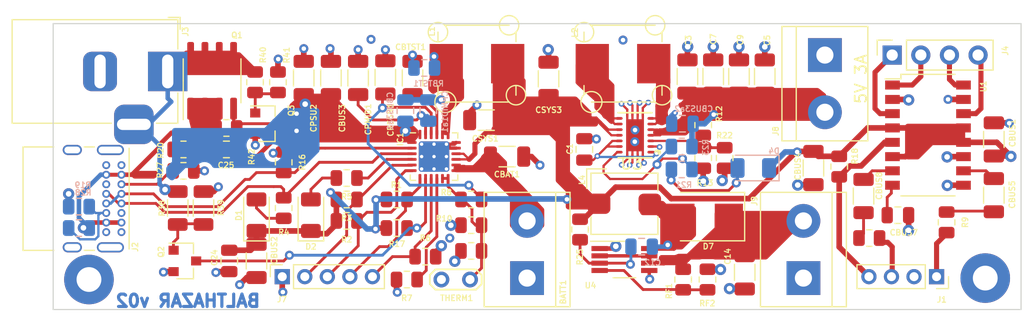
<source format=kicad_pcb>
(kicad_pcb (version 20171130) (host pcbnew "(5.1.4-0-10_14)")
  (title_block (title "Balthazar PSU") (date "2022-10-11") (rev "v02") (company "Balthazar Foundation ") (comment 1 "License: CERN-OHL-S"))
  (layers (0 F.Cu signal) (31 B.Cu signal hide) (34 B.Paste user) (35 F.Paste user) (36 B.SilkS user) (37 F.SilkS user) (38 B.Mask user) (39 F.Mask user) (44 Edge.Cuts user))
  (net 0 "")
  (net 1 "PGND")
  (net 2 "Net-(CBTST1-Pad1)")
  (net 3 "Net-(BATT1-Pin_2)")
  (net 4 "VSYS")
  (net 5 "VBUS")
  (net 6 "Net-(CBUS5-Pad1)")
  (net 7 "Net-(U4-FREQ)")
  (net 8 "Net-(CBUS8-Pad1)")
  (net 9 "Net-(D7-A)")
  (net 10 "12V")
  (net 11 "Net-(Q1-G)")
  (net 12 "Net-(IC1-BTST)")
  (net 13 "Net-(U1-IN_R)")
  (net 14 "Net-(U1-VREF)")
  (net 15 "Net-(U1-IN_L)")
  (net 16 "Net-(IC1-REGN)")
  (net 17 "Net-(D1-C)")
  (net 18 "Net-(D2-C)")
  (net 19 "Net-(D4-C)")
  (net 20 "/D+")
  (net 21 "/D-")
  (net 22 "Net-(IC1-STAT)")
  (net 23 "/SCL")
  (net 24 "/SDA")
  (net 25 "/INT")
  (net 26 "/OTG")
  (net 27 "/CE")
  (net 28 "Net-(IC1-ILIM)")
  (net 29 "Net-(IC1-TS1)")
  (net 30 "Net-(IC1-SW)")
  (net 31 "Net-(J1-Pin_1)")
  (net 32 "Net-(J1-Pin_3)")
  (net 33 "Net-(J1-Pin_4)")
  (net 34 "Net-(J2-CC1)")
  (net 36 "5V")
  (net 37 "Net-(J2-CC2)")
  (net 39 "Net-(J4-Pin_1)")
  (net 40 "Net-(J4-Pin_2)")
  (net 41 "VPSU")
  (net 42 "Net-(J4-Pin_3)")
  (net 43 "POWERBANKOUT")
  (net 44 "Net-(J4-Pin_4)")
  (net 45 "Net-(Q2-G)")
  (net 46 "Net-(Q3-G)")
  (net 47 "Net-(U4-FB)")
  (net 48 "Net-(U3-EN)")
  (net 49 "Net-(U3-L1)")
  (net 50 "Net-(U3-L2)")
  (net 51 "Net-(U3-PG)")
  (net 52 "Net-(U3-FB)")
  (module "Capacitor_SMD:C_1206_3216Metric" (layer "F.Cu") (at 141.1 69.85 180)
    (fp_text reference "CBAT1" (at 0.01 -1.58 180) (layer "F.SilkS") (effects (font (size 0.5 0.5) (thickness 0.1) bold)))
    (fp_text value "10uF")
    (pad "1" smd roundrect (at -1.475 0 180) (size 1.15 1.8) (layers "F.Cu" "F.Paste" "F.Mask") (roundrect_rratio 0.2173913043) (net 1 "PGND"))
    (pad "2" smd roundrect (at 1.475 0 180) (size 1.15 1.8) (layers "F.Cu" "F.Paste" "F.Mask") (roundrect_rratio 0.2173913043) (net 3 "Net-(BATT1-Pin_2)"))
  )
  (module "Capacitor_SMD:C_1206_3216Metric" (layer "F.Cu") (at 132.715 62.865 -90)
    (fp_text reference "CBTST1" (at -2.745 0.175) (layer "F.SilkS") (effects (font (size 0.5 0.5) (thickness 0.1) bold)))
    (fp_text value "1uF")
    (pad "1" smd roundrect (at -1.475 0 270) (size 1.15 1.8) (layers "F.Cu" "F.Paste" "F.Mask") (roundrect_rratio 0.2173913043) (net 2 "Net-(CBTST1-Pad1)"))
    (pad "2" smd roundrect (at 1.475 0 270) (size 1.15 1.8) (layers "F.Cu" "F.Paste" "F.Mask") (roundrect_rratio 0.2173913043) (net 12 "Net-(IC1-BTST)"))
  )
  (module "Capacitor_SMD:C_1206_3216Metric" (layer "F.Cu") (at 184.277 68.326 -90)
    (fp_text reference "CBUS1" (at -0.566 -1.653 90) (layer "F.SilkS") (effects (font (size 0.5 0.5) (thickness 0.1) bold)))
    (fp_text value "10uF")
    (pad "1" smd roundrect (at -1.475 0 270) (size 1.15 1.8) (layers "F.Cu" "F.Paste" "F.Mask") (roundrect_rratio 0.2173913043) (net 1 "PGND"))
    (pad "2" smd roundrect (at 1.475 0 270) (size 1.15 1.8) (layers "F.Cu" "F.Paste" "F.Mask") (roundrect_rratio 0.2173913043) (net 4 "VSYS"))
  )
  (module "Capacitor_SMD:C_1206_3216Metric" (layer "F.Cu") (at 118.872 79.121 -90)
    (fp_text reference "CBUS2" (at -0.941 -1.578 90) (layer "F.SilkS") (effects (font (size 0.5 0.5) (thickness 0.1) bold)))
    (fp_text value "1uF")
    (pad "1" smd roundrect (at -1.475 0 270) (size 1.15 1.8) (layers "F.Cu" "F.Paste" "F.Mask") (roundrect_rratio 0.2173913043) (net 4 "VSYS"))
    (pad "2" smd roundrect (at 1.475 0 270) (size 1.15 1.8) (layers "F.Cu" "F.Paste" "F.Mask") (roundrect_rratio 0.2173913043) (net 1 "PGND"))
  )
  (module "Capacitor_SMD:C_1206_3216Metric" (layer "F.Cu") (at 125.476 62.865 -90)
    (fp_text reference "CBUS3" (at 3.575 -0.994 -90) (layer "F.SilkS") (effects (font (size 0.5 0.5) (thickness 0.1) bold)))
    (fp_text value "1uF")
    (pad "1" smd roundrect (at -1.475 0 270) (size 1.15 1.8) (layers "F.Cu" "F.Paste" "F.Mask") (roundrect_rratio 0.2173913043) (net 1 "PGND"))
    (pad "2" smd roundrect (at 1.475 0 270) (size 1.15 1.8) (layers "F.Cu" "F.Paste" "F.Mask") (roundrect_rratio 0.2173913043) (net 5 "VBUS"))
  )
  (module "Capacitor_SMD:C_1206_3216Metric" (layer "F.Cu") (at 168.275 70.866 90)
    (fp_text reference "CBUS4" (at 0.156 -1.385 90) (layer "F.SilkS") (effects (font (size 0.5 0.5) (thickness 0.1) bold)))
    (fp_text value "10uF")
    (pad "1" smd roundrect (at -1.475 0 90) (size 1.15 1.8) (layers "F.Cu" "F.Paste" "F.Mask") (roundrect_rratio 0.2173913043) (net 1 "PGND"))
    (pad "2" smd roundrect (at 1.475 0 90) (size 1.15 1.8) (layers "F.Cu" "F.Paste" "F.Mask") (roundrect_rratio 0.2173913043) (net 4 "VSYS"))
  )
  (module "Capacitor_SMD:C_1206_3216Metric" (layer "F.Cu") (at 184.277 73.279 90)
    (fp_text reference "CBUS5" (at 0.049 1.623 90) (layer "F.SilkS") (effects (font (size 0.5 0.5) (thickness 0.1) bold)))
    (fp_text value "1uF")
    (pad "1" smd roundrect (at -1.475 0 90) (size 1.15 1.8) (layers "F.Cu" "F.Paste" "F.Mask") (roundrect_rratio 0.2173913043) (net 6 "Net-(CBUS5-Pad1)"))
    (pad "2" smd roundrect (at 1.475 0 90) (size 1.15 1.8) (layers "F.Cu" "F.Paste" "F.Mask") (roundrect_rratio 0.2173913043) (net 13 "Net-(U1-IN_R)"))
  )
  (module "Capacitor_SMD:C_0805_2012Metric" (layer "F.Cu") (at 175.768 75.057 180)
    (fp_text reference "CBUS7" (at -0.522 -1.543 180) (layer "F.SilkS") (effects (font (size 0.5 0.5) (thickness 0.1) bold)))
    (fp_text value "0.1uF")
    (pad "1" smd roundrect (at -0.95 0 180) (size 1 1.45) (layers "F.Cu" "F.Paste" "F.Mask") (net 1 "PGND"))
    (pad "2" smd roundrect (at 0.95 0 180) (size 1 1.45) (layers "F.Cu" "F.Paste" "F.Mask") (net 14 "Net-(U1-VREF)"))
  )
  (module "Capacitor_SMD:C_1206_3216Metric" (layer "F.Cu") (at 172.72 73.357 90)
    (fp_text reference "CBUS8" (at 0.907 1.38 270) (layer "F.SilkS") (effects (font (size 0.5 0.5) (thickness 0.1) bold)))
    (fp_text value "1uF")
    (pad "1" smd roundrect (at -1.475 0 90) (size 1.15 1.8) (layers "F.Cu" "F.Paste" "F.Mask") (roundrect_rratio 0.2173913043) (net 8 "Net-(CBUS8-Pad1)"))
    (pad "2" smd roundrect (at 1.475 0 90) (size 1.15 1.8) (layers "F.Cu" "F.Paste" "F.Mask") (roundrect_rratio 0.2173913043) (net 15 "Net-(U1-IN_L)"))
  )
  (module "Capacitor_SMD:C_1206_3216Metric" (layer "F.Cu") (at 127.889 62.865 -90)
    (fp_text reference "CPMID1" (at 3.675 -0.891 -90) (layer "F.SilkS") (effects (font (size 0.5 0.5) (thickness 0.1) bold)))
    (fp_text value "10uF")
    (pad "1" smd roundrect (at -1.475 0 270) (size 1.15 1.8) (layers "F.Cu" "F.Paste" "F.Mask") (roundrect_rratio 0.2173913043) (net 1 "PGND"))
    (pad "2" smd roundrect (at 1.475 0 270) (size 1.15 1.8) (layers "F.Cu" "F.Paste" "F.Mask") (roundrect_rratio 0.2173913043) (net 43 "POWERBANKOUT"))
  )
  (module "Capacitor_SMD:C_1206_3216Metric" (layer "F.Cu") (at 139.2555 66.6115 180)
    (fp_text reference "CSYS1" (at 0.0855 -1.6385 180) (layer "F.SilkS") (effects (font (size 0.5 0.5) (thickness 0.1) bold)))
    (fp_text value "10uF")
    (pad "1" smd roundrect (at -1.475 0 180) (size 1.15 1.8) (layers "F.Cu" "F.Paste" "F.Mask") (roundrect_rratio 0.2173913043) (net 4 "VSYS"))
    (pad "2" smd roundrect (at 1.475 0 180) (size 1.15 1.8) (layers "F.Cu" "F.Paste" "F.Mask") (roundrect_rratio 0.2173913043) (net 1 "PGND"))
  )
  (module "LED_SMD:LED_1206_3216Metric" (layer "F.Cu") (at 118.872 75.057 90)
    (fp_text reference "D1" (at -0.013 -1.572 90) (layer "F.SilkS") (effects (font (size 0.5 0.5) (thickness 0.1) bold)))
    (fp_text value "Led")
    (pad "1" smd roundrect (at -1.4 0 90) (size 1.25 1.75) (layers "F.Cu" "F.Paste" "F.Mask") (roundrect_rratio 0.2) (net 4 "VSYS"))
    (pad "2" smd roundrect (at 1.4 0 90) (size 1.25 1.75) (layers "F.Cu" "F.Paste" "F.Mask") (roundrect_rratio 0.2) (net 17 "Net-(D1-C)"))
  )
  (module "LED_SMD:LED_1206_3216Metric" (layer "F.Cu") (at 123.698 75.057 90)
    (fp_text reference "D2" (at -2.793 0.002 180) (layer "F.SilkS") (effects (font (size 0.5 0.5) (thickness 0.1) bold)))
    (fp_text value "Led")
    (pad "1" smd roundrect (at -1.4 0 90) (size 1.25 1.75) (layers "F.Cu" "F.Paste" "F.Mask") (roundrect_rratio 0.2) (net 4 "VSYS"))
    (pad "2" smd roundrect (at 1.4 0 90) (size 1.25 1.75) (layers "F.Cu" "F.Paste" "F.Mask") (roundrect_rratio 0.2) (net 18 "Net-(D2-C)"))
  )
  (module "Resistor_SMD:R_0805_2012Metric" (layer "F.Cu") (at 121.285 74.422 -90)
    (fp_text reference "R4" (at 2.148 -0.015) (layer "F.SilkS") (effects (font (size 0.5 0.5) (thickness 0.1) bold)))
    (fp_text value "2K2")
    (pad "1" smd roundrect (at -0.9125 0 270) (size 1.025 1.4) (layers "F.Cu" "F.Paste" "F.Mask") (roundrect_rratio 0.243902439) (net 21 "/D-"))
    (pad "2" smd roundrect (at 0.9125 0 270) (size 1.025 1.4) (layers "F.Cu" "F.Paste" "F.Mask") (roundrect_rratio 0.243902439) (net 17 "Net-(D1-C)"))
  )
  (module "Resistor_SMD:R_0805_2012Metric" (layer "F.Cu") (at 126.873 71.755 180)
    (fp_text reference "R5" (at 0 -1.65 180) (layer "F.SilkS") (effects (font (size 0.5 0.5) (thickness 0.1) bold)))
    (fp_text value "2K2")
    (pad "1" smd roundrect (at -0.9125 0 180) (size 1.025 1.4) (layers "F.Cu" "F.Paste" "F.Mask") (roundrect_rratio 0.243902439) (net 22 "Net-(IC1-STAT)"))
    (pad "2" smd roundrect (at 0.9125 0 180) (size 1.025 1.4) (layers "F.Cu" "F.Paste" "F.Mask") (roundrect_rratio 0.243902439) (net 18 "Net-(D2-C)"))
  )
  (module "Resistor_SMD:R_0805_2012Metric" (layer "F.Cu") (at 132.207 80.772 180)
    (fp_text reference "R7" (at 0 -1.65) (layer "F.SilkS") (effects (font (size 0.5 0.5) (thickness 0.1) bold)))
    (fp_text value "265")
    (pad "1" smd roundrect (at -0.9125 0 180) (size 1.025 1.4) (layers "F.Cu" "F.Paste" "F.Mask") (roundrect_rratio 0.243902439) (net 28 "Net-(IC1-ILIM)"))
    (pad "2" smd roundrect (at 0.9125 0 180) (size 1.025 1.4) (layers "F.Cu" "F.Paste" "F.Mask") (roundrect_rratio 0.243902439) (net 1 "PGND"))
  )
  (module "Resistor_SMD:R_0805_2012Metric" (layer "F.Cu") (at 137.925 73.66 180)
    (fp_text reference "R8" (at 2.215 0.63) (layer "F.SilkS") (effects (font (size 0.5 0.5) (thickness 0.1) bold)))
    (fp_text value "2K2")
    (pad "1" smd roundrect (at -0.9125 0 180) (size 1.025 1.4) (layers "F.Cu" "F.Paste" "F.Mask") (roundrect_rratio 0.243902439) (net 16 "Net-(IC1-REGN)"))
    (pad "2" smd roundrect (at 0.9125 0 180) (size 1.025 1.4) (layers "F.Cu" "F.Paste" "F.Mask") (roundrect_rratio 0.243902439) (net 29 "Net-(IC1-TS1)"))
  )
  (module "Resistor_SMD:R_0805_2012Metric" (layer "F.Cu") (at 180.086 75.692 -90)
    (fp_text reference "R9" (at 0 -1.65 -90) (layer "F.SilkS") (effects (font (size 0.5 0.5) (thickness 0.1) bold)))
    (fp_text value "2K2")
    (pad "1" smd roundrect (at -0.9125 0 270) (size 1.025 1.4) (layers "F.Cu" "F.Paste" "F.Mask") (roundrect_rratio 0.243902439) (net 6 "Net-(CBUS5-Pad1)"))
    (pad "2" smd roundrect (at 0.9125 0 270) (size 1.025 1.4) (layers "F.Cu" "F.Paste" "F.Mask") (roundrect_rratio 0.243902439) (net 31 "Net-(J1-Pin_1)"))
  )
  (module "Resistor_SMD:R_0805_2012Metric" (layer "F.Cu") (at 137.922 75.946 180)
    (fp_text reference "R10" (at 2.412 0.586) (layer "F.SilkS") (effects (font (size 0.5 0.5) (thickness 0.1) bold)))
    (fp_text value "6K8")
    (pad "1" smd roundrect (at -0.9125 0 180) (size 1.025 1.4) (layers "F.Cu" "F.Paste" "F.Mask") (roundrect_rratio 0.243902439) (net 29 "Net-(IC1-TS1)"))
    (pad "2" smd roundrect (at 0.9125 0 180) (size 1.025 1.4) (layers "F.Cu" "F.Paste" "F.Mask") (roundrect_rratio 0.243902439) (net 1 "PGND"))
  )
  (module "Resistor_SMD:R_0805_2012Metric" (layer "F.Cu") (at 173.228 77.089)
    (fp_text reference "R11" hide)
    (fp_text value "2K2")
    (pad "1" smd roundrect (at -0.9125 0) (size 1.025 1.4) (layers "F.Cu" "F.Paste" "F.Mask") (roundrect_rratio 0.243902439) (net 8 "Net-(CBUS8-Pad1)"))
    (pad "2" smd roundrect (at 0.9125 0) (size 1.025 1.4) (layers "F.Cu" "F.Paste" "F.Mask") (roundrect_rratio 0.243902439) (net 32 "Net-(J1-Pin_3)"))
  )
  (module "Capacitor_SMD:C_0805_2012Metric" (layer "F.Cu") (at 147.955 69.215 90)
    (fp_text reference "C1" (at 0.045 -1.285 90) (layer "F.SilkS") (effects (font (size 0.5 0.5) (thickness 0.1) bold)))
    (fp_text value "0.1uF" hide)
    (pad "1" smd roundrect (at -0.95 0 90) (size 1 1.45) (layers "F.Cu" "F.Paste" "F.Mask") (net 48 "Net-(U3-EN)"))
    (pad "2" smd roundrect (at 0.95 0 90) (size 1 1.45) (layers "F.Cu" "F.Paste" "F.Mask") (net 1 "PGND"))
  )
  (module "Capacitor_SMD:C_1206_3216Metric" (layer "F.Cu") (at 157.099 62.738 90)
    (fp_text reference "C3" (at 3.188 0.091 90) (layer "F.SilkS") (effects (font (size 0.5 0.5) (thickness 0.1) bold)))
    (fp_text value "22uF")
    (pad "1" smd roundrect (at -1.475 0 90) (size 1.15 1.8) (layers "F.Cu" "F.Paste" "F.Mask") (roundrect_rratio 0.2173913043) (net 36 "5V"))
    (pad "2" smd roundrect (at 1.475 0 90) (size 1.15 1.8) (layers "F.Cu" "F.Paste" "F.Mask") (roundrect_rratio 0.2173913043) (net 1 "PGND"))
  )
  (module "Capacitor_SMD:C_1206_3216Metric" (layer "F.Cu") (at 163.957 62.741 90)
    (fp_text reference "C5" (at 3.211 0.213 270) (layer "F.SilkS") (effects (font (size 0.5 0.5) (thickness 0.1) bold)))
    (fp_text value "22uF")
    (pad "1" smd roundrect (at -1.475 0 90) (size 1.15 1.8) (layers "F.Cu" "F.Paste" "F.Mask") (roundrect_rratio 0.2173913043) (net 36 "5V"))
    (pad "2" smd roundrect (at 1.475 0 90) (size 1.15 1.8) (layers "F.Cu" "F.Paste" "F.Mask") (roundrect_rratio 0.2173913043) (net 1 "PGND"))
  )
  (module "Capacitor_SMD:C_1206_3216Metric" (layer "F.Cu") (at 159.385 62.735 90)
    (fp_text reference "C7" (at 3.325 0.005 90) (layer "F.SilkS") (effects (font (size 0.5 0.5) (thickness 0.1) bold)))
    (fp_text value "22uF")
    (pad "1" smd roundrect (at -1.475 0 90) (size 1.15 1.8) (layers "F.Cu" "F.Paste" "F.Mask") (roundrect_rratio 0.2173913043) (net 36 "5V"))
    (pad "2" smd roundrect (at 1.475 0 90) (size 1.15 1.8) (layers "F.Cu" "F.Paste" "F.Mask") (roundrect_rratio 0.2173913043) (net 1 "PGND"))
  )
  (module "Capacitor_SMD:C_1206_3216Metric" (layer "F.Cu") (at 161.671 62.738 90)
    (fp_text reference "C9" (at 3.248 0.119 90) (layer "F.SilkS") (effects (font (size 0.5 0.5) (thickness 0.1) bold)))
    (fp_text value "22uF")
    (pad "1" smd roundrect (at -1.475 0 90) (size 1.15 1.8) (layers "F.Cu" "F.Paste" "F.Mask") (roundrect_rratio 0.2173913043) (net 36 "5V"))
    (pad "2" smd roundrect (at 1.475 0 90) (size 1.15 1.8) (layers "F.Cu" "F.Paste" "F.Mask") (roundrect_rratio 0.2173913043) (net 1 "PGND"))
  )
  (module "Capacitor_SMD:C_1206_3216Metric" (layer "F.Cu") (at 123.063 62.865 -90)
    (fp_text reference "CPSU2" (at 3.575 -0.877 90) (layer "F.SilkS") (effects (font (size 0.5 0.5) (thickness 0.1) bold)))
    (fp_text value "1uF")
    (pad "1" smd roundrect (at -1.475 0 270) (size 1.15 1.8) (layers "F.Cu" "F.Paste" "F.Mask") (roundrect_rratio 0.2173913043) (net 1 "PGND"))
    (pad "2" smd roundrect (at 1.475 0 270) (size 1.15 1.8) (layers "F.Cu" "F.Paste" "F.Mask") (roundrect_rratio 0.2173913043) (net 5 "VBUS"))
  )
  (module "Capacitor_SMD:C_1206_3216Metric" (layer "F.Cu") (at 144.78 62.943 90)
    (fp_text reference "CSYS3" (at -2.767 0.01 180) (layer "F.SilkS") (effects (font (size 0.5 0.5) (thickness 0.1) bold)))
    (fp_text value "10uF")
    (pad "1" smd roundrect (at -1.475 0 90) (size 1.15 1.8) (layers "F.Cu" "F.Paste" "F.Mask") (roundrect_rratio 0.2173913043) (net 4 "VSYS"))
    (pad "2" smd roundrect (at 1.475 0 90) (size 1.15 1.8) (layers "F.Cu" "F.Paste" "F.Mask") (roundrect_rratio 0.2173913043) (net 1 "PGND"))
  )
  (module "Resistor_SMD:R_0805_2012Metric" (layer "F.Cu") (at 158.496 67.056 90)
    (fp_text reference "R12" (at 0.996 1.414 90) (layer "F.SilkS") (effects (font (size 0.5 0.5) (thickness 0.1) bold)))
    (fp_text value "1M")
    (pad "1" smd roundrect (at -0.9125 0 90) (size 1.025 1.4) (layers "F.Cu" "F.Paste" "F.Mask") (roundrect_rratio 0.243902439) (net 52 "Net-(U3-FB)"))
    (pad "2" smd roundrect (at 0.9125 0 90) (size 1.025 1.4) (layers "F.Cu" "F.Paste" "F.Mask") (roundrect_rratio 0.243902439) (net 36 "5V"))
  )
  (module "Resistor_SMD:R_0805_2012Metric" (layer "F.Cu") (at 158.496 69.977 90)
    (fp_text reference "R13" (at -2.213 0.164 180) (layer "F.SilkS") (effects (font (size 0.5 0.5) (thickness 0.1) bold)))
    (fp_text value "180K")
    (pad "1" smd roundrect (at -0.9125 0 90) (size 1.025 1.4) (layers "F.Cu" "F.Paste" "F.Mask") (roundrect_rratio 0.243902439) (net 1 "PGND"))
    (pad "2" smd roundrect (at 0.9125 0 90) (size 1.025 1.4) (layers "F.Cu" "F.Paste" "F.Mask") (roundrect_rratio 0.243902439) (net 52 "Net-(U3-FB)"))
  )
  (module "Resistor_SMD:R_0805_2012Metric" (layer "F.Cu") (at 137.922 78.232)
    (fp_text reference "THERMISTOR(103-AT)1" hide)
    (fp_text value "10K")
    (pad "1" smd roundrect (at -0.9125 0) (size 1.025 1.4) (layers "F.Cu" "F.Paste" "F.Mask") (roundrect_rratio 0.243902439) (net 1 "PGND"))
    (pad "2" smd roundrect (at 0.9125 0) (size 1.025 1.4) (layers "F.Cu" "F.Paste" "F.Mask") (roundrect_rratio 0.243902439) (net 29 "Net-(IC1-TS1)"))
  )
  (module "Capacitor_SMD:C_1206_3216Metric" (layer "F.Cu") (at 130.302 62.816 -90)
    (fp_text reference "CREGN1" (at 3.764 -0.468 -90) (layer "F.SilkS") (effects (font (size 0.5 0.5) (thickness 0.1) bold)))
    (fp_text value "1uF")
    (pad "1" smd roundrect (at -1.475 0 270) (size 1.15 1.8) (layers "F.Cu" "F.Paste" "F.Mask") (roundrect_rratio 0.2173913043) (net 1 "PGND"))
    (pad "2" smd roundrect (at 1.475 0 270) (size 1.15 1.8) (layers "F.Cu" "F.Paste" "F.Mask") (roundrect_rratio 0.2173913043) (net 16 "Net-(IC1-REGN)"))
  )
  (module "Package_SO:SOP-16_4.4x10.4mm_P1.27mm" (layer "F.Cu") (at 178.435 67.945)
    (fp_text reference "U1" (at 4.925 -4.325 90) (layer "F.SilkS") (effects (font (size 0.5 0.5) (thickness 0.1) bold)))
    (fp_text value "PAM8403-SOP16")
    (pad "1" smd rect (at -3.15 -4.45) (size 1.3 0.8) (layers "F.Cu" "F.Paste" "F.Mask") (net 40 "Net-(J4-Pin_2)"))
    (pad "2" smd rect (at -3.15 -3.17) (size 1.3 0.8) (layers "F.Cu" "F.Paste" "F.Mask") (net 1 "PGND"))
    (pad "3" smd rect (at -3.15 -1.91) (size 1.3 0.8) (layers "F.Cu" "F.Paste" "F.Mask") (net 39 "Net-(J4-Pin_1)"))
    (pad "4" smd rect (at -3.15 -0.64) (size 1.3 0.8) (layers "F.Cu" "F.Paste" "F.Mask") (net 4 "VSYS"))
    (pad "5" smd rect (at -3.15 0.64) (size 1.3 0.8) (layers "F.Cu" "F.Paste" "F.Mask") (net 33 "Net-(J1-Pin_4)"))
    (pad "6" smd rect (at -3.15 1.91) (size 1.3 0.8) (layers "F.Cu" "F.Paste" "F.Mask") (net 4 "VSYS"))
    (pad "7" smd rect (at -3.15 3.17) (size 1.3 0.8) (layers "F.Cu" "F.Paste" "F.Mask") (net 15 "Net-(U1-IN_L)"))
    (pad "8" smd rect (at -3.15 4.45) (size 1.3 0.8) (layers "F.Cu" "F.Paste" "F.Mask") (net 14 "Net-(U1-VREF)"))
    (pad "9" smd rect (at 3.15 4.45) (size 1.3 0.8) (layers "F.Cu" "F.Paste" "F.Mask") (net 1 "PGND"))
    (pad "10" smd rect (at 3.15 3.17) (size 1.3 0.8) (layers "F.Cu" "F.Paste" "F.Mask") (net 13 "Net-(U1-IN_R)"))
    (pad "11" smd rect (at 3.15 1.91) (size 1.3 0.8) (layers "F.Cu" "F.Paste" "F.Mask") (net 1 "PGND"))
    (pad "12" smd rect (at 3.15 0.64) (size 1.3 0.8) (layers "F.Cu" "F.Paste" "F.Mask") (net 4 "VSYS"))
    (pad "13" smd rect (at 3.15 -0.64) (size 1.3 0.8) (layers "F.Cu" "F.Paste" "F.Mask") (net 4 "VSYS"))
    (pad "14" smd rect (at 3.15 -1.91) (size 1.3 0.8) (layers "F.Cu" "F.Paste" "F.Mask") (net 44 "Net-(J4-Pin_4)"))
    (pad "15" smd rect (at 3.15 -3.17) (size 1.3 0.8) (layers "F.Cu" "F.Paste" "F.Mask") (net 1 "PGND"))
    (pad "16" smd rect (at 3.15 -4.45) (size 1.3 0.8) (layers "F.Cu" "F.Paste" "F.Mask") (net 42 "Net-(J4-Pin_3)"))
  )
  (module "Resistor_SMD:R_0805_2012Metric" (layer "F.Cu") (at 170.561 70.739 -90)
    (fp_text reference "R18" (at -0.919 -1.389 -90) (layer "F.SilkS") (effects (font (size 0.5 0.5) (thickness 0.1) bold)))
    (fp_text value "10K")
    (pad "1" smd roundrect (at -0.9125 0 270) (size 1.025 1.4) (layers "F.Cu" "F.Paste" "F.Mask") (roundrect_rratio 0.243902439) (net 4 "VSYS"))
    (pad "2" smd roundrect (at 0.9125 0 270) (size 1.025 1.4) (layers "F.Cu" "F.Paste" "F.Mask") (roundrect_rratio 0.243902439) (net 33 "Net-(J1-Pin_4)"))
  )
  (module "Package_DFN_QFN:QFN-24-1EP_4x4mm_P0.5mm_EP2.7x2.7mm_ThermalVias" (layer "F.Cu") (at 134.62 69.85)
    (fp_text reference "IC1" (at -2.99 -1.54 -90) (layer "F.SilkS") (effects (font (size 0.5 0.5) (thickness 0.1) bold)))
    (fp_text value "BQ24193")
    (pad "1" smd roundrect (at -1.9625 -1.25) (size 0.825 0.25) (layers "F.Cu" "F.Paste" "F.Mask") (net 5 "VBUS"))
    (pad "2" smd roundrect (at -1.9625 -0.75) (size 0.825 0.25) (layers "F.Cu" "F.Paste" "F.Mask") (net 20 "/D+"))
    (pad "3" smd roundrect (at -1.9625 -0.25) (size 0.825 0.25) (layers "F.Cu" "F.Paste" "F.Mask") (net 21 "/D-"))
    (pad "4" smd roundrect (at -1.9625 0.25) (size 0.825 0.25) (layers "F.Cu" "F.Paste" "F.Mask") (net 22 "Net-(IC1-STAT)"))
    (pad "5" smd roundrect (at -1.9625 0.75) (size 0.825 0.25) (layers "F.Cu" "F.Paste" "F.Mask") (net 23 "/SCL"))
    (pad "6" smd roundrect (at -1.9625 1.25) (size 0.825 0.25) (layers "F.Cu" "F.Paste" "F.Mask") (net 24 "/SDA"))
    (pad "7" smd roundrect (at -1.25 1.9625) (size 0.25 0.825) (layers "F.Cu" "F.Paste" "F.Mask") (net 25 "/INT"))
    (pad "8" smd roundrect (at -0.75 1.9625) (size 0.25 0.825) (layers "F.Cu" "F.Paste" "F.Mask") (net 26 "/OTG"))
    (pad "9" smd roundrect (at -0.25 1.9625) (size 0.25 0.825) (layers "F.Cu" "F.Paste" "F.Mask") (net 27 "/CE"))
    (pad "10" smd roundrect (at 0.25 1.9625) (size 0.25 0.825) (layers "F.Cu" "F.Paste" "F.Mask") (net 28 "Net-(IC1-ILIM)"))
    (pad "11" smd roundrect (at 0.75 1.9625) (size 0.25 0.825) (layers "F.Cu" "F.Paste" "F.Mask") (net 29 "Net-(IC1-TS1)"))
    (pad "12" smd roundrect (at 1.25 1.9625) (size 0.25 0.825) (layers "F.Cu" "F.Paste" "F.Mask") (net 29 "Net-(IC1-TS1)"))
    (pad "13" smd roundrect (at 1.9625 1.25) (size 0.825 0.25) (layers "F.Cu" "F.Paste" "F.Mask") (net 3 "Net-(BATT1-Pin_2)"))
    (pad "14" smd roundrect (at 1.9625 0.75) (size 0.825 0.25) (layers "F.Cu" "F.Paste" "F.Mask") (net 3 "Net-(BATT1-Pin_2)"))
    (pad "15" smd roundrect (at 1.9625 0.25) (size 0.825 0.25) (layers "F.Cu" "F.Paste" "F.Mask") (net 4 "VSYS"))
    (pad "16" smd roundrect (at 1.9625 -0.25) (size 0.825 0.25) (layers "F.Cu" "F.Paste" "F.Mask") (net 4 "VSYS"))
    (pad "17" smd roundrect (at 1.9625 -0.75) (size 0.825 0.25) (layers "F.Cu" "F.Paste" "F.Mask") (net 1 "PGND"))
    (pad "18" smd roundrect (at 1.9625 -1.25) (size 0.825 0.25) (layers "F.Cu" "F.Paste" "F.Mask") (net 1 "PGND"))
    (pad "19" smd roundrect (at 1.25 -1.9625) (size 0.25 0.825) (layers "F.Cu" "F.Paste" "F.Mask") (net 30 "Net-(IC1-SW)"))
    (pad "20" smd roundrect (at 0.75 -1.9625) (size 0.25 0.825) (layers "F.Cu" "F.Paste" "F.Mask") (net 30 "Net-(IC1-SW)"))
    (pad "21" smd roundrect (at 0.25 -1.9625) (size 0.25 0.825) (layers "F.Cu" "F.Paste" "F.Mask") (net 12 "Net-(IC1-BTST)"))
    (pad "22" smd roundrect (at -0.25 -1.9625) (size 0.25 0.825) (layers "F.Cu" "F.Paste" "F.Mask") (net 16 "Net-(IC1-REGN)"))
    (pad "23" smd roundrect (at -0.75 -1.9625) (size 0.25 0.825) (layers "F.Cu" "F.Paste" "F.Mask") (net 43 "POWERBANKOUT"))
    (pad "24" smd roundrect (at -1.25 -1.9625) (size 0.25 0.825) (layers "F.Cu" "F.Paste" "F.Mask") (net 5 "VBUS"))
    (pad "25" thru_hole circle (at -1.1 -1.1) (size 0.5 0.5) (drill 0.3) (layers *.Cu) (net 1 "PGND"))
    (pad "25" thru_hole circle (at -1.1 0) (size 0.5 0.5) (drill 0.3) (layers *.Cu) (net 1 "PGND"))
    (pad "25" thru_hole circle (at -1.1 1.1) (size 0.5 0.5) (drill 0.3) (layers *.Cu) (net 1 "PGND"))
    (pad "25" thru_hole circle (at 0 -1.1) (size 0.5 0.5) (drill 0.3) (layers *.Cu) (net 1 "PGND"))
    (pad "25" thru_hole circle (at 0 0) (size 0.5 0.5) (drill 0.3) (layers *.Cu) (net 1 "PGND"))
    (pad "25" smd roundrect (at 0 0) (size 2.7 2.7) (layers "F.Cu" "F.Paste" "F.Mask") (roundrect_rratio 0.093) (net 1 "PGND"))
    (pad "25" smd roundrect (at 0 0) (size 2.7 2.7) (layers "B.Cu") (roundrect_rratio 0.09259296296) (net 1 "PGND"))
    (pad "25" thru_hole circle (at 0 1.1) (size 0.5 0.5) (drill 0.3) (layers *.Cu) (net 1 "PGND"))
    (pad "25" thru_hole circle (at 1.1 -1.1) (size 0.5 0.5) (drill 0.3) (layers *.Cu) (net 1 "PGND"))
    (pad "25" thru_hole circle (at 1.1 0) (size 0.5 0.5) (drill 0.3) (layers *.Cu) (net 1 "PGND"))
    (pad "25" thru_hole circle (at 1.1 1.1) (size 0.5 0.5) (drill 0.3) (layers *.Cu) (net 1 "PGND"))
  )
  (module "TestPoint:TestPoint_2Pads_Pitch2.54mm_Drill0.8mm" (layer "F.Cu") (at 135.275 80.772)
    (fp_text reference "THERM1" (at 1.355 1.648) (layer "F.SilkS") (effects (font (size 0.5 0.5) (thickness 0.1) bold)))
    (fp_text value "thermistor")
    (pad "1" thru_hole circle (at 0 0) (size 1.4 1.4) (drill 0.8) (layers *.Cu *.Mask) (net 1 "PGND"))
    (pad "2" thru_hole circle (at 2.54 0) (size 1.4 1.4) (drill 0.8) (layers *.Cu *.Mask) (net 29 "Net-(IC1-TS1)"))
  )
  (module "Resistor_SMD:R_0805_2012Metric" (layer "F.Cu") (at 147.574 76.327 90)
    (fp_text reference "R25" (at -2.443 -0.014 270) (layer "F.SilkS") (effects (font (size 0.5 0.5) (thickness 0.1) bold)))
    (fp_text value "150K")
    (pad "1" smd roundrect (at -0.9125 0 90) (size 1.025 1.4) (layers "F.Cu" "F.Paste" "F.Mask") (roundrect_rratio 0.243902439) (net 7 "Net-(U4-FREQ)"))
    (pad "2" smd roundrect (at 0.9125 0 90) (size 1.025 1.4) (layers "F.Cu" "F.Paste" "F.Mask") (roundrect_rratio 0.243902439) (net 4 "VSYS"))
  )
  (module "TerminalBlock:TerminalBlock_bornier-2_P5.08mm" (layer "F.Cu") (at 142.875 80.645 90)
    (fp_text reference "BATT1" (at -1.245 3.195 90) (layer "F.SilkS") (effects (font (size 0.5 0.5) (thickness 0.1) bold)))
    (fp_text value "1s LiPo")
    (pad "1" thru_hole rect (at 0 0 90) (size 3 3) (drill 1.52) (layers *.Cu *.Mask) (net 1 "PGND"))
    (pad "2" thru_hole circle (at 5.08 0 90) (size 3 3) (drill 1.52) (layers *.Cu *.Mask) (net 3 "Net-(BATT1-Pin_2)"))
  )
  (module "TerminalBlock:TerminalBlock_bornier-2_P5.08mm" (layer "F.Cu") (at 169.291 60.833 -90)
    (fp_text reference "J8" (at 6.757 4.361 -90) (layer "F.SilkS") (effects (font (size 0.5 0.5) (thickness 0.1) bold)))
    (fp_text value "5V 3A" (at 2.127 -3.189 90) (layer "F.SilkS"))
    (pad "1" thru_hole rect (at 0 0 270) (size 3 3) (drill 1.52) (layers *.Cu *.Mask) (net 1 "PGND"))
    (pad "2" thru_hole circle (at 5.08 0 270) (size 3 3) (drill 1.52) (layers *.Cu *.Mask) (net 36 "5V"))
  )
  (module "TerminalBlock:TerminalBlock_bornier-2_P5.08mm" (layer "F.Cu") (at 167.386 80.645 90)
    (fp_text reference "J9" (at 6.845 -4.346 270) (layer "F.SilkS") (effects (font (size 0.5 0.5) (thickness 0.1) bold)))
    (fp_text value "12V 2A")
    (pad "1" thru_hole rect (at 0 0 90) (size 3 3) (drill 1.52) (layers *.Cu *.Mask) (net 1 "PGND"))
    (pad "2" thru_hole circle (at 5.08 0 90) (size 3 3) (drill 1.52) (layers *.Cu *.Mask) (net 10 "12V"))
  )
  (module "Connector_USB:USB_C_Receptacle_GCT_USB4085" (layer "F.Cu") (at 106.895 70.612 -90)
    (fp_text reference "J2" (at 7.268 -1.215 90) (layer "F.SilkS") (effects (font (size 0.5 0.5) (thickness 0.1) bold)))
    (fp_text value "USB_C_Receptacle_USB2.0")
    (pad "A1" thru_hole circle (at 0 0 270) (size 0.7 0.7) (drill 0.4) (layers *.Cu *.Mask) (net 1 "PGND"))
    (pad "A4" thru_hole circle (at 0.85 0 270) (size 0.7 0.7) (drill 0.4) (layers *.Cu *.Mask) (net 5 "VBUS"))
    (pad "A5" thru_hole circle (at 1.7 0 270) (size 0.7 0.7) (drill 0.4) (layers *.Cu *.Mask) (net 34 "Net-(J2-CC1)"))
    (pad "A6" thru_hole circle (at 2.55 0 270) (size 0.7 0.7) (drill 0.4) (layers *.Cu *.Mask) (net 20 "/D+"))
    (pad "A7" thru_hole circle (at 3.4 0 270) (size 0.7 0.7) (drill 0.4) (layers *.Cu *.Mask) (net 21 "/D-"))
    (pad "A8" thru_hole circle (at 4.25 0 270) (size 0.7 0.7) (drill 0.4) (layers *.Cu *.Mask))
    (pad "A9" thru_hole circle (at 5.1 0 270) (size 0.7 0.7) (drill 0.4) (layers *.Cu *.Mask) (net 5 "VBUS"))
    (pad "A12" thru_hole circle (at 5.95 0 270) (size 0.7 0.7) (drill 0.4) (layers *.Cu *.Mask) (net 1 "PGND"))
    (pad "B1" thru_hole circle (at 5.95 1.35 270) (size 0.7 0.7) (drill 0.4) (layers *.Cu *.Mask) (net 1 "PGND"))
    (pad "B4" thru_hole circle (at 5.1 1.35 270) (size 0.7 0.7) (drill 0.4) (layers *.Cu *.Mask) (net 5 "VBUS"))
    (pad "B5" thru_hole circle (at 4.25 1.35 270) (size 0.7 0.7) (drill 0.4) (layers *.Cu *.Mask) (net 37 "Net-(J2-CC2)"))
    (pad "B6" thru_hole circle (at 3.4 1.35 270) (size 0.7 0.7) (drill 0.4) (layers *.Cu *.Mask) (net 20 "/D+"))
    (pad "B7" thru_hole circle (at 2.55 1.35 270) (size 0.7 0.7) (drill 0.4) (layers *.Cu *.Mask) (net 21 "/D-"))
    (pad "B8" thru_hole circle (at 1.7 1.35 270) (size 0.7 0.7) (drill 0.4) (layers *.Cu *.Mask))
    (pad "B9" thru_hole circle (at 0.85 1.35 270) (size 0.7 0.7) (drill 0.4) (layers *.Cu *.Mask) (net 5 "VBUS"))
    (pad "B12" thru_hole circle (at 0 1.35 270) (size 0.7 0.7) (drill 0.4) (layers *.Cu *.Mask) (net 1 "PGND"))
    (pad "S1" thru_hole oval (at -1.35 0.98 270) (size 0.9 2.4) (drill oval 0.6 2.1) (layers *.Cu *.Mask) (net 1 "PGND"))
    (pad "S1" thru_hole oval (at -1.35 4.36 270) (size 0.9 1.7) (drill oval 0.6 1.4) (layers *.Cu *.Mask) (net 1 "PGND"))
    (pad "S1" thru_hole oval (at 7.3 0.98 270) (size 0.9 2.4) (drill oval 0.6 2.1) (layers *.Cu *.Mask) (net 1 "PGND"))
    (pad "S1" thru_hole oval (at 7.3 4.36 270) (size 0.9 1.7) (drill oval 0.6 1.4) (layers *.Cu *.Mask) (net 1 "PGND"))
  )
  (module "Inductor_SMD:L_Bourns_SRP7028A_7.3x6.6mm" (layer "F.Cu") (at 138.43 61.595)
    (fp_text reference "L1" (at -4 -2.865 90) (layer "F.SilkS") (effects (font (size 0.5 0.5) (thickness 0.1) bold)))
    (fp_text value "2.2uH 4A")
    (pad "1" smd rect (at -2.725 0) (size 2.95 3.5) (layers "F.Cu" "F.Paste" "F.Mask") (net 30 "Net-(IC1-SW)"))
    (pad "2" smd rect (at 2.725 0) (size 2.95 3.5) (layers "F.Cu" "F.Paste" "F.Mask") (net 4 "VSYS"))
  )
  (module "Inductor_SMD:L_Bourns_SRP7028A_7.3x6.6mm" (layer "F.Cu") (at 151.384 61.595)
    (fp_text reference "L2" (at -4.264 -2.755 90) (layer "F.SilkS") (effects (font (size 0.5 0.5) (thickness 0.1) bold)))
    (fp_text value "1.5uH 4A")
    (pad "1" smd rect (at -2.725 0) (size 2.95 3.5) (layers "F.Cu" "F.Paste" "F.Mask") (net 49 "Net-(U3-L1)"))
    (pad "2" smd rect (at 2.725 0) (size 2.95 3.5) (layers "F.Cu" "F.Paste" "F.Mask") (net 50 "Net-(U3-L2)"))
  )
  (module "Connector_BarrelJack:BarrelJack_Horizontal" (layer "F.Cu") (at 110.998 62.2885)
    (fp_text reference "J3" (at 1.572 -3.5385 90) (layer "F.SilkS") (effects (font (size 0.5 0.5) (thickness 0.1) bold)))
    (fp_text value "5-15V / 3-5A")
    (pad "1" thru_hole roundrect (at -3 4.7) (size 3.5 3.5) (drill oval 3 1) (layers *.Cu *.Mask) (net 41 "VPSU"))
    (pad "1" thru_hole rect (at 0 0) (size 3.5 3.5) (drill oval 1 3) (layers *.Cu *.Mask) (net 41 "VPSU"))
    (pad "2" thru_hole roundrect (at -6 0) (size 3 3.5) (drill oval 1 3) (layers *.Cu *.Mask) (net 1 "PGND"))
  )
  (module "Capacitor_SMD:C_0805_2012Metric" (layer "F.Cu") (at 116.459 79.121 90)
    (fp_text reference "C24" (at 0.291 -1.319 90) (layer "F.SilkS") (effects (font (size 0.5 0.5) (thickness 0.1) bold)))
    (fp_text value "0.1uF")
    (pad "1" smd roundrect (at -0.95 0 90) (size 1 1.45) (layers "F.Cu" "F.Paste" "F.Mask") (net 1 "PGND"))
    (pad "2" smd roundrect (at 0.95 0 90) (size 1 1.45) (layers "F.Cu" "F.Paste" "F.Mask") (net 4 "VSYS"))
  )
  (module "Capacitor_SMD:C_0805_2012Metric" (layer "F.Cu") (at 116.205 69.215 180)
    (fp_text reference "C25" (at 0.035 -1.405) (layer "F.SilkS") (effects (font (size 0.5 0.5) (thickness 0.1) bold)))
    (fp_text value "1nF")
    (pad "1" smd roundrect (at -0.95 0 180) (size 1 1.45) (layers "F.Cu" "F.Paste" "F.Mask") (net 11 "Net-(Q1-G)"))
    (pad "2" smd roundrect (at 0.95 0 180) (size 1 1.45) (layers "F.Cu" "F.Paste" "F.Mask") (net 5 "VBUS"))
  )
  (module "Package_TO_SOT_SMD:SOT-23" (layer "F.Cu") (at 112.522 79.121)
    (fp_text reference "Q2" (at -2.102 -0.801 90) (layer "F.SilkS") (effects (font (size 0.5 0.5) (thickness 0.1) bold)))
    (fp_text value "BSS138")
    (pad "1" smd rect (at -1 -0.95) (size 0.9 0.8) (layers "F.Cu" "F.Paste" "F.Mask") (net 45 "Net-(Q2-G)"))
    (pad "2" smd rect (at -1 0.95) (size 0.9 0.8) (layers "F.Cu" "F.Paste" "F.Mask") (net 1 "PGND"))
    (pad "3" smd rect (at 1 0) (size 0.9 0.8) (layers "F.Cu" "F.Paste" "F.Mask") (net 26 "/OTG"))
  )
  (module "Package_TO_SOT_SMD:SOT-23" (layer "F.Cu") (at 119.761 66.929)
    (fp_text reference "Q3" (at 2.199 -1.169 90) (layer "F.SilkS") (effects (font (size 0.5 0.5) (thickness 0.1) bold)))
    (fp_text value "BSS138")
    (pad "1" smd rect (at -1 -0.95) (size 0.9 0.8) (layers "F.Cu" "F.Paste" "F.Mask") (net 46 "Net-(Q3-G)"))
    (pad "2" smd rect (at -1 0.95) (size 0.9 0.8) (layers "F.Cu" "F.Paste" "F.Mask") (net 1 "PGND"))
    (pad "3" smd rect (at 1 0) (size 0.9 0.8) (layers "F.Cu" "F.Paste" "F.Mask") (net 11 "Net-(Q1-G)"))
  )
  (module "Resistor_SMD:R_0805_2012Metric" (layer "F.Cu") (at 112.395 69.215)
    (fp_text reference "R20" (at -2.025 0.085 90) (layer "F.SilkS") (effects (font (size 0.5 0.5) (thickness 0.1) bold)))
    (fp_text value "56K")
    (pad "1" smd roundrect (at -0.9125 0) (size 1.025 1.4) (layers "F.Cu" "F.Paste" "F.Mask") (roundrect_rratio 0.243902439) (net 34 "Net-(J2-CC1)"))
    (pad "2" smd roundrect (at 0.9125 0) (size 1.025 1.4) (layers "F.Cu" "F.Paste" "F.Mask") (roundrect_rratio 0.243902439) (net 5 "VBUS"))
  )
  (module "Resistor_SMD:R_0805_2012Metric" (layer "F.Cu") (at 112.395 71.12 180)
    (fp_text reference "R27" (at 2.075 0.07 270) (layer "F.SilkS") (effects (font (size 0.5 0.5) (thickness 0.1) bold)))
    (fp_text value "5K1")
    (pad "1" smd roundrect (at -0.9125 0 180) (size 1.025 1.4) (layers "F.Cu" "F.Paste" "F.Mask") (roundrect_rratio 0.243902439) (net 1 "PGND"))
    (pad "2" smd roundrect (at 0.9125 0 180) (size 1.025 1.4) (layers "F.Cu" "F.Paste" "F.Mask") (roundrect_rratio 0.243902439) (net 34 "Net-(J2-CC1)"))
  )
  (module "Resistor_SMD:R_0805_2012Metric" (layer "F.Cu") (at 118.745 63.246 -90)
    (fp_text reference "R40" (at -2.426 -0.705 90) (layer "F.SilkS") (effects (font (size 0.5 0.5) (thickness 0.1) bold)))
    (fp_text value "262K")
    (pad "1" smd roundrect (at -0.9125 0 270) (size 1.025 1.4) (layers "F.Cu" "F.Paste" "F.Mask") (roundrect_rratio 0.243902439) (net 41 "VPSU"))
    (pad "2" smd roundrect (at 0.9125 0 270) (size 1.025 1.4) (layers "F.Cu" "F.Paste" "F.Mask") (roundrect_rratio 0.243902439) (net 46 "Net-(Q3-G)"))
  )
  (module "Resistor_SMD:R_0805_2012Metric" (layer "F.Cu") (at 120.777 63.246 90)
    (fp_text reference "R41" (at 2.406 0.773 90) (layer "F.SilkS") (effects (font (size 0.5 0.5) (thickness 0.1) bold)))
    (fp_text value "100K")
    (pad "1" smd roundrect (at -0.9125 0 90) (size 1.025 1.4) (layers "F.Cu" "F.Paste" "F.Mask") (roundrect_rratio 0.243902439) (net 46 "Net-(Q3-G)"))
    (pad "2" smd roundrect (at 0.9125 0 90) (size 1.025 1.4) (layers "F.Cu" "F.Paste" "F.Mask") (roundrect_rratio 0.243902439) (net 1 "PGND"))
  )
  (module "Resistor_SMD:R_0805_2012Metric" (layer "F.Cu") (at 116.205 67.31)
    (fp_text reference "R42" (at 2.235 2.56 -90) (layer "F.SilkS") (effects (font (size 0.5 0.5) (thickness 0.1) bold)))
    (fp_text value "10K")
    (pad "1" smd roundrect (at -0.9125 0) (size 1.025 1.4) (layers "F.Cu" "F.Paste" "F.Mask") (roundrect_rratio 0.243902439) (net 5 "VBUS"))
    (pad "2" smd roundrect (at 0.9125 0) (size 1.025 1.4) (layers "F.Cu" "F.Paste" "F.Mask") (roundrect_rratio 0.243902439) (net 11 "Net-(Q1-G)"))
  )
  (module "Resistor_SMD:R_0805_2012Metric" (layer "F.Cu") (at 131.318 73.66 180)
    (fp_text reference "R1" (at 0.038 1.29 180) (layer "F.SilkS") (effects (font (size 0.5 0.5) (thickness 0.1) bold)))
    (fp_text value "10K")
    (pad "1" smd roundrect (at -0.9125 0 180) (size 1.025 1.4) (layers "F.Cu" "F.Paste" "F.Mask") (roundrect_rratio 0.243902439) (net 25 "/INT"))
    (pad "2" smd roundrect (at 0.9125 0 180) (size 1.025 1.4) (layers "F.Cu" "F.Paste" "F.Mask") (roundrect_rratio 0.243902439) (net 4 "VSYS"))
  )
  (module "Resistor_SMD:R_0805_2012Metric" (layer "F.Cu") (at 126.873 75.565 180)
    (fp_text reference "R2" (at 0 -1.65 180) (layer "F.SilkS") (effects (font (size 0.5 0.5) (thickness 0.1) bold)))
    (fp_text value "10K")
    (pad "1" smd roundrect (at -0.9125 0 180) (size 1.025 1.4) (layers "F.Cu" "F.Paste" "F.Mask") (roundrect_rratio 0.243902439) (net 24 "/SDA"))
    (pad "2" smd roundrect (at 0.9125 0 180) (size 1.025 1.4) (layers "F.Cu" "F.Paste" "F.Mask") (roundrect_rratio 0.243902439) (net 4 "VSYS"))
  )
  (module "Resistor_SMD:R_0805_2012Metric" (layer "F.Cu") (at 126.873 73.66 180)
    (fp_text reference "R3" (at 0 -1.65 180) (layer "F.SilkS") (effects (font (size 0.5 0.5) (thickness 0.1) bold)))
    (fp_text value "10K")
    (pad "1" smd roundrect (at -0.9125 0 180) (size 1.025 1.4) (layers "F.Cu" "F.Paste" "F.Mask") (roundrect_rratio 0.243902439) (net 23 "/SCL"))
    (pad "2" smd roundrect (at 0.9125 0 180) (size 1.025 1.4) (layers "F.Cu" "F.Paste" "F.Mask") (roundrect_rratio 0.243902439) (net 4 "VSYS"))
  )
  (module "Resistor_SMD:R_0805_2012Metric" (layer "F.Cu") (at 133.855 78.74)
    (fp_text reference "R6" (at 0 -1.65) (layer "F.SilkS") (effects (font (size 0.5 0.5) (thickness 0.1) bold)))
    (fp_text value "10K")
    (pad "1" smd roundrect (at -0.9125 0) (size 1.025 1.4) (layers "F.Cu" "F.Paste" "F.Mask") (roundrect_rratio 0.243902439) (net 27 "/CE"))
    (pad "2" smd roundrect (at 0.9125 0) (size 1.025 1.4) (layers "F.Cu" "F.Paste" "F.Mask") (roundrect_rratio 0.243902439) (net 1 "PGND"))
  )
  (module "Resistor_SMD:R_0805_2012Metric" (layer "F.Cu") (at 121.285 70.358 -90)
    (fp_text reference "R16" (at 0 -1.65 -90) (layer "F.SilkS") (effects (font (size 0.5 0.5) (thickness 0.1) bold)))
    (fp_text value "10K")
    (pad "1" smd roundrect (at -0.9125 0 270) (size 1.025 1.4) (layers "F.Cu" "F.Paste" "F.Mask") (roundrect_rratio 0.243902439) (net 1 "PGND"))
    (pad "2" smd roundrect (at 0.9125 0 270) (size 1.025 1.4) (layers "F.Cu" "F.Paste" "F.Mask") (roundrect_rratio 0.243902439) (net 20 "/D+"))
  )
  (module "Resistor_SMD:R_0805_2012Metric" (layer "F.Cu") (at 131.315 76.2 180)
    (fp_text reference "R17" (at -0.015 -1.41 180) (layer "F.SilkS") (effects (font (size 0.5 0.5) (thickness 0.1) bold)))
    (fp_text value "10K")
    (pad "1" smd roundrect (at -0.9125 0 180) (size 1.025 1.4) (layers "F.Cu" "F.Paste" "F.Mask") (roundrect_rratio 0.243902439) (net 26 "/OTG"))
    (pad "2" smd roundrect (at 0.9125 0 180) (size 1.025 1.4) (layers "F.Cu" "F.Paste" "F.Mask") (roundrect_rratio 0.243902439) (net 4 "VSYS"))
  )
  (module "Connector_PinSocket_2.54mm:PinSocket_1x04_P2.54mm_Vertical" (layer "F.Cu") (at 175.26 60.833 90)
    (fp_text reference "J4" (at 0.393 10.03 90) (layer "F.SilkS") (effects (font (size 0.5 0.5) (thickness 0.1) bold)))
    (fp_text value "AudioOUT")
    (pad "1" thru_hole rect (at 0 0 90) (size 1.7 1.7) (drill 1) (layers *.Cu *.Mask) (net 39 "Net-(J4-Pin_1)"))
    (pad "2" thru_hole oval (at 0 2.54 90) (size 1.7 1.7) (drill 1) (layers *.Cu *.Mask) (net 40 "Net-(J4-Pin_2)"))
    (pad "3" thru_hole oval (at 0 5.08 90) (size 1.7 1.7) (drill 1) (layers *.Cu *.Mask) (net 42 "Net-(J4-Pin_3)"))
    (pad "4" thru_hole oval (at 0 7.62 90) (size 1.7 1.7) (drill 1) (layers *.Cu *.Mask) (net 44 "Net-(J4-Pin_4)"))
  )
  (module "Connector_PinSocket_2.00mm:PinSocket_1x05_P2.00mm_Vertical" (layer "F.Cu") (at 121.158 80.518 90)
    (fp_text reference "J7" (at -2.012 -0.028) (layer "F.SilkS") (effects (font (size 0.5 0.5) (thickness 0.1) bold)))
    (fp_text value "uC host")
    (pad "1" thru_hole rect (at 0 0 90) (size 1.35 1.35) (drill 0.8) (layers *.Cu *.Mask) (net 1 "PGND"))
    (pad "2" thru_hole oval (at 0 2 90) (size 1.35 1.35) (drill 0.8) (layers *.Cu *.Mask) (net 23 "/SCL"))
    (pad "3" thru_hole oval (at 0 4 90) (size 1.35 1.35) (drill 0.8) (layers *.Cu *.Mask) (net 24 "/SDA"))
    (pad "4" thru_hole oval (at 0 6 90) (size 1.35 1.35) (drill 0.8) (layers *.Cu *.Mask) (net 25 "/INT"))
    (pad "5" thru_hole oval (at 0 8 90) (size 1.35 1.35) (drill 0.8) (layers *.Cu *.Mask) (net 27 "/CE"))
  )
  (module "Connector_PinSocket_2.00mm:PinSocket_1x04_P2.00mm_Vertical" (layer "F.Cu") (at 179.197 80.518 -90)
    (fp_text reference "J1" (at 2.042 -0.463 180) (layer "F.SilkS") (effects (font (size 0.5 0.5) (thickness 0.1) bold)))
    (fp_text value "AudioIN")
    (pad "1" thru_hole rect (at 0 0 270) (size 1.35 1.35) (drill 0.8) (layers *.Cu *.Mask) (net 31 "Net-(J1-Pin_1)"))
    (pad "2" thru_hole oval (at 0 2 270) (size 1.35 1.35) (drill 0.8) (layers *.Cu *.Mask) (net 1 "PGND"))
    (pad "3" thru_hole oval (at 0 4 270) (size 1.35 1.35) (drill 0.8) (layers *.Cu *.Mask) (net 32 "Net-(J1-Pin_3)"))
    (pad "4" thru_hole oval (at 0 6 270) (size 1.35 1.35) (drill 0.8) (layers *.Cu *.Mask) (net 33 "Net-(J1-Pin_4)"))
  )
  (module "Resistor_SMD:R_1206_3216Metric" (layer "F.Cu") (at 111.887 74.422 -90)
    (fp_text reference "R38" (at 0.018 1.387 -90) (layer "F.SilkS") (effects (font (size 0.5 0.5) (thickness 0.1) bold)))
    (fp_text value "120K")
    (pad "1" smd roundrect (at -1.4625 0 270) (size 1.125 1.75) (layers "F.Cu" "F.Paste" "F.Mask") (roundrect_rratio 0.2222222222) (net 41 "VPSU"))
    (pad "2" smd roundrect (at 1.4625 0 270) (size 1.125 1.75) (layers "F.Cu" "F.Paste" "F.Mask") (roundrect_rratio 0.2222222222) (net 45 "Net-(Q2-G)"))
  )
  (module "Resistor_SMD:R_1206_3216Metric" (layer "F.Cu") (at 114.173 74.422 90)
    (fp_text reference "R39" (at 0.032 1.547 90) (layer "F.SilkS") (effects (font (size 0.5 0.5) (thickness 0.1) bold)))
    (fp_text value "49K9")
    (pad "1" smd roundrect (at -1.4625 0 90) (size 1.125 1.75) (layers "F.Cu" "F.Paste" "F.Mask") (roundrect_rratio 0.2222222222) (net 45 "Net-(Q2-G)"))
    (pad "2" smd roundrect (at 1.4625 0 90) (size 1.125 1.75) (layers "F.Cu" "F.Paste" "F.Mask") (roundrect_rratio 0.2222222222) (net 1 "PGND"))
  )
  (module "MountingHole:MountingHole_2.2mm_M2_Pad" (layer "F.Cu") (at 104.013 80.772)
    (fp_text reference "H3" hide)
    (fp_text value "hole" hide)
    (pad "1" thru_hole circle (at 0 0) (size 4.4 4.4) (drill 2.2) (layers *.Cu *.Mask) (net 1 "PGND"))
  )
  (module "MountingHole:MountingHole_2.2mm_M2_Pad" (layer "F.Cu") (at 183.515 80.645 180)
    (fp_text reference "H4" hide)
    (fp_text value "MountingHole_Pad" hide)
    (pad "1" thru_hole circle (at 0 0 180) (size 4.4 4.4) (drill 2.2) (layers *.Cu *.Mask) (net 1 "PGND"))
  )
  (module "Package_SO:SOIC-8_3.9x4.9mm_P1.27mm" (layer "F.Cu") (at 114.935 63.119 90)
    (fp_text reference "Q1" (at 4.049 2.205 180) (layer "F.SilkS") (effects (font (size 0.5 0.5) (thickness 0.1) bold)))
    (fp_text value "IRF7404")
    (pad "1" smd roundrect (at -2.475 -1.905 90) (size 1.95 0.6) (layers "F.Cu" "F.Paste" "F.Mask") (net 5 "VBUS"))
    (pad "2" smd roundrect (at -2.475 -0.635 90) (size 1.95 0.6) (layers "F.Cu" "F.Paste" "F.Mask") (net 5 "VBUS"))
    (pad "3" smd roundrect (at -2.475 0.635 90) (size 1.95 0.6) (layers "F.Cu" "F.Paste" "F.Mask") (net 5 "VBUS"))
    (pad "4" smd roundrect (at -2.475 1.905 90) (size 1.95 0.6) (layers "F.Cu" "F.Paste" "F.Mask") (net 11 "Net-(Q1-G)"))
    (pad "5" smd roundrect (at 2.475 1.905 90) (size 1.95 0.6) (layers "F.Cu" "F.Paste" "F.Mask") (net 41 "VPSU"))
    (pad "6" smd roundrect (at 2.475 0.635 90) (size 1.95 0.6) (layers "F.Cu" "F.Paste" "F.Mask") (net 41 "VPSU"))
    (pad "7" smd roundrect (at 2.475 -0.635 90) (size 1.95 0.6) (layers "F.Cu" "F.Paste" "F.Mask") (net 41 "VPSU"))
    (pad "8" smd roundrect (at 2.475 -1.905 90) (size 1.95 0.6) (layers "F.Cu" "F.Paste" "F.Mask") (net 41 "VPSU"))
  )
  (module "Capacitor_SMD:C_1206_3216Metric" (layer "F.Cu") (at 162.179 80.137 -90)
    (fp_text reference "C14" (at -1.417 1.509 -90) (layer "F.SilkS") (effects (font (size 0.5 0.5) (thickness 0.1) bold)))
    (fp_text value "22uF")
    (pad "1" smd roundrect (at -1.475 0 270) (size 1.15 1.8) (layers "F.Cu" "F.Paste" "F.Mask") (roundrect_rratio 0.2173913043) (net 10 "12V"))
    (pad "2" smd roundrect (at 1.475 0 270) (size 1.15 1.8) (layers "F.Cu" "F.Paste" "F.Mask") (roundrect_rratio 0.2173913043) (net 1 "PGND"))
  )
  (module "Resistor_SMD:R_0805_2012Metric" (layer "F.Cu") (at 158.877 80.772 -90)
    (fp_text reference "RF2" (at 2.118 0.017 -180) (layer "F.SilkS") (effects (font (size 0.5 0.5) (thickness 0.1) bold)))
    (fp_text value "100K")
    (pad "1" smd roundrect (at -0.9125 0 270) (size 1.025 1.4) (layers "F.Cu" "F.Paste" "F.Mask") (roundrect_rratio 0.243902439) (net 1 "PGND"))
    (pad "2" smd roundrect (at 0.9125 0 270) (size 1.025 1.4) (layers "F.Cu" "F.Paste" "F.Mask") (roundrect_rratio 0.243902439) (net 47 "Net-(U4-FB)"))
  )
  (module "Resistor_SMD:R_0805_2012Metric" (layer "F.Cu") (at 156.718 80.772 90)
    (fp_text reference "RF1" (at -1.028 -1.248 90) (layer "F.SilkS") (effects (font (size 0.5 0.5) (thickness 0.1) bold)))
    (fp_text value "820K")
    (pad "1" smd roundrect (at -0.9125 0 90) (size 1.025 1.4) (layers "F.Cu" "F.Paste" "F.Mask") (roundrect_rratio 0.243902439) (net 47 "Net-(U4-FB)"))
    (pad "2" smd roundrect (at 0.9125 0 90) (size 1.025 1.4) (layers "F.Cu" "F.Paste" "F.Mask") (roundrect_rratio 0.243902439) (net 10 "12V"))
  )
  (module "Inductor_SMD:L_Bourns_SRP5030T" (layer "F.Cu") (at 151.511 74.041)
    (fp_text reference "L4" (at -3.761 -2.121 90) (layer "F.SilkS") (effects (font (size 0.5 0.5) (thickness 0.1) bold)))
    (fp_text value "4.7uH 2A")
    (pad "1" smd roundrect (at -2.25 0) (size 2 1.8) (layers "F.Cu" "F.Paste" "F.Mask") (net 4 "VSYS"))
    (pad "2" smd roundrect (at 2.25 0) (size 2 1.8) (layers "F.Cu" "F.Paste" "F.Mask") (net 9 "Net-(D7-A)"))
  )
  (module "Diode_SMD:D_SMB" (layer "F.Cu") (at 158.623 75.184 180)
    (fp_text reference "D7" (at -0.327 -2.646 180) (layer "F.SilkS") (effects (font (size 0.5 0.5) (thickness 0.1) bold)))
    (fp_text value "B320")
    (pad "1" smd rect (at -2.15 0 180) (size 2.5 2.3) (layers "F.Cu" "F.Paste" "F.Mask") (net 10 "12V"))
    (pad "2" smd rect (at 2.15 0 180) (size 2.5 2.3) (layers "F.Cu" "F.Paste" "F.Mask") (net 9 "Net-(D7-A)"))
  )
  (module "Resistor_SMD:R_0805_2012Metric" (layer "F.Cu") (at 160.401 69.977 90)
    (fp_text reference "R22" (at 2.007 -0.011 180) (layer "F.SilkS") (effects (font (size 0.5 0.5) (thickness 0.1) bold)))
    (fp_text value "270K")
    (pad "1" smd roundrect (at -0.9125 0 90) (size 1.025 1.4) (layers "F.Cu" "F.Paste" "F.Mask") (roundrect_rratio 0.243902439) (net 1 "PGND"))
    (pad "2" smd roundrect (at 0.9125 0 90) (size 1.025 1.4) (layers "F.Cu" "F.Paste" "F.Mask") (roundrect_rratio 0.243902439) (net 52 "Net-(U3-FB)"))
  )
  (module "TPS63020:QFN14-3X4MM" (layer "F.Cu") (at 152.45 67.9575 180)
    (fp_text reference "U3" (at 0.304885 -2.540785 180) (layer "F.SilkS") (effects (font (size 1.000307 1.000307))))
    (fp_text value "TPS63020")
    (pad "1" smd oval (at -1.4 -1.5 180) (size 0.6 0.24) (layers "F.Cu" "F.Paste" "F.Mask") (net 48 "Net-(U3-EN)"))
    (pad "2" smd oval (at -1.4 -1 180) (size 0.6 0.24) (layers "F.Cu" "F.Paste" "F.Mask") (net 1 "PGND"))
    (pad "3" smd oval (at -1.4 -0.5 180) (size 0.6 0.24) (layers "F.Cu" "F.Paste" "F.Mask") (net 52 "Net-(U3-FB)"))
    (pad "4" smd oval (at -1.4 0 180) (size 0.6 0.24) (layers "F.Cu" "F.Paste" "F.Mask") (net 36 "5V"))
    (pad "5" smd oval (at -1.4 0.5 180) (size 0.6 0.24) (layers "F.Cu" "F.Paste" "F.Mask") (net 36 "5V"))
    (pad "6" smd oval (at -1.4 1 180) (size 0.6 0.24) (layers "F.Cu" "F.Paste" "F.Mask") (net 50 "Net-(U3-L2)"))
    (pad "7" smd oval (at -1.4 1.5 180) (size 0.6 0.24) (layers "F.Cu" "F.Paste" "F.Mask") (net 50 "Net-(U3-L2)"))
    (pad "8" smd oval (at 1.4 1.5) (size 0.6 0.24) (layers "F.Cu" "F.Paste" "F.Mask") (net 49 "Net-(U3-L1)"))
    (pad "9" smd oval (at 1.4 1) (size 0.6 0.24) (layers "F.Cu" "F.Paste" "F.Mask") (net 49 "Net-(U3-L1)"))
    (pad "10" smd oval (at 1.4 0.5) (size 0.6 0.24) (layers "F.Cu" "F.Paste" "F.Mask") (net 4 "VSYS"))
    (pad "11" smd oval (at 1.4 0) (size 0.6 0.24) (layers "F.Cu" "F.Paste" "F.Mask") (net 4 "VSYS"))
    (pad "12" smd oval (at 1.4 -0.5) (size 0.6 0.24) (layers "F.Cu" "F.Paste" "F.Mask") (net 48 "Net-(U3-EN)"))
    (pad "13" smd oval (at 1.4 -1) (size 0.6 0.24) (layers "F.Cu" "F.Paste" "F.Mask") (net 48 "Net-(U3-EN)"))
    (pad "14" smd oval (at 1.4 -1.5) (size 0.6 0.24) (layers "F.Cu" "F.Paste" "F.Mask") (net 51 "Net-(U3-PG)"))
    (pad "15" smd rect (at 0 0 180) (size 1.58 2.85) (layers "F.Cu" "F.Mask") (net 1 "PGND"))
    (pad "16" smd rect (at -0.69 -1.7125 180) (size 0.2 0.575) (layers "F.Cu" "F.Paste" "F.Mask") (net 1 "PGND"))
    (pad "17" smd rect (at -0.23 -1.7125 180) (size 0.2 0.575) (layers "F.Cu" "F.Paste" "F.Mask") (net 1 "PGND"))
    (pad "18" smd rect (at 0.23 -1.7125 180) (size 0.2 0.575) (layers "F.Cu" "F.Paste" "F.Mask") (net 1 "PGND"))
    (pad "19" smd rect (at 0.69 -1.7125 180) (size 0.2 0.575) (layers "F.Cu" "F.Paste" "F.Mask") (net 1 "PGND"))
    (pad "20" smd rect (at 0.69 1.7125 180) (size 0.2 0.575) (layers "F.Cu" "F.Paste" "F.Mask") (net 1 "PGND"))
    (pad "21" smd rect (at 0.23 1.7125 180) (size 0.2 0.575) (layers "F.Cu" "F.Paste" "F.Mask") (net 1 "PGND"))
    (pad "22" smd rect (at -0.23 1.7125 180) (size 0.2 0.575) (layers "F.Cu" "F.Paste" "F.Mask") (net 1 "PGND"))
    (pad "23" smd rect (at -0.69 1.7125 180) (size 0.2 0.575) (layers "F.Cu" "F.Paste" "F.Mask") (net 1 "PGND"))
  )
  (module "Package_SO:VSSOP-8_3.0x3.0mm_P0.65mm" (layer "F.Cu") (at 151.511 78.994)
    (fp_text reference "U4" (at -3.011 2.306 180) (layer "F.SilkS") (effects (font (size 0.5 0.5) (thickness 0.1) bold)))
    (fp_text value "LM2623")
    (pad "1" smd rect (at -2.2 -0.975 270) (size 0.45 1.45) (layers "F.Cu" "F.Paste" "F.Mask") (net 1 "PGND"))
    (pad "2" smd rect (at -2.2 -0.325 270) (size 0.45 1.45) (layers "F.Cu" "F.Paste" "F.Mask") (net 10 "12V"))
    (pad "3" smd rect (at -2.2 0.325 270) (size 0.45 1.45) (layers "F.Cu" "F.Paste" "F.Mask") (net 7 "Net-(U4-FREQ)"))
    (pad "4" smd rect (at -2.2 0.975 270) (size 0.45 1.45) (layers "F.Cu" "F.Paste" "F.Mask") (net 47 "Net-(U4-FB)"))
    (pad "5" smd rect (at 2.2 0.975 270) (size 0.45 1.45) (layers "F.Cu" "F.Paste" "F.Mask") (net 1 "PGND"))
    (pad "6" smd rect (at 2.2 0.325 270) (size 0.45 1.45) (layers "F.Cu" "F.Paste" "F.Mask") (net 10 "12V"))
    (pad "7" smd rect (at 2.2 -0.325 270) (size 0.45 1.45) (layers "F.Cu" "F.Paste" "F.Mask") (net 10 "12V"))
    (pad "8" smd rect (at 2.2 -0.975 270) (size 0.45 1.45) (layers "F.Cu" "F.Paste" "F.Mask") (net 9 "Net-(D7-A)"))
  )
  (module "LED_SMD:LED_1206_3216Metric" (layer "B.Cu") (at 162.941 70.866 180)
    (fp_text reference "D4" (at -1.839 1.506) (layer "B.SilkS") (effects (font (size 0.5 0.5) (thickness 0.1) bold) (justify mirror)))
    (fp_text value "Led")
    (pad "1" smd roundrect (at -1.4 0 180) (size 1.25 1.75) (layers "B.Cu" "B.Paste" "B.Mask") (roundrect_rratio 0.2) (net 4 "VSYS"))
    (pad "2" smd roundrect (at 1.4 0 180) (size 1.25 1.75) (layers "B.Cu" "B.Paste" "B.Mask") (roundrect_rratio 0.2) (net 19 "Net-(D4-C)"))
  )
  (module "Resistor_SMD:R_0805_2012Metric" (layer "B.Cu") (at 156.591 70.993)
    (fp_text reference "R21" (at 0.179 1.367 180) (layer "B.SilkS") (effects (font (size 0.5 0.5) (thickness 0.1) bold) (justify mirror)))
    (fp_text value "2K2")
    (pad "1" smd roundrect (at -0.9125 0) (size 1.025 1.4) (layers "B.Cu" "B.Paste" "B.Mask") (roundrect_rratio 0.243902439) (net 19 "Net-(D4-C)"))
    (pad "2" smd roundrect (at 0.9125 0) (size 1.025 1.4) (layers "B.Cu" "B.Paste" "B.Mask") (roundrect_rratio 0.243902439) (net 51 "Net-(U3-PG)"))
  )
  (module "Resistor_SMD:R_0805_2012Metric" (layer "B.Cu") (at 156.591 68.961)
    (fp_text reference "R23" (at 2.119 0.069 -90) (layer "B.SilkS") (effects (font (size 0.5 0.5) (thickness 0.1) bold) (justify mirror)))
    (fp_text value "1M")
    (pad "1" smd roundrect (at -0.9125 0) (size 1.025 1.4) (layers "B.Cu" "B.Paste" "B.Mask") (roundrect_rratio 0.243902439) (net 51 "Net-(U3-PG)"))
    (pad "2" smd roundrect (at 0.9125 0) (size 1.025 1.4) (layers "B.Cu" "B.Paste" "B.Mask") (roundrect_rratio 0.243902439) (net 36 "5V"))
  )
  (module "Resistor_SMD:R_0805_2012Metric" (layer "B.Cu") (at 133.7545 61.976)
    (fp_text reference "RBTST1" (at 0.3755 1.394 180) (layer "B.SilkS") (effects (font (size 0.5 0.5) (thickness 0.1) bold) (justify mirror)))
    (fp_text value "R")
    (pad "1" smd roundrect (at -0.9125 0) (size 1.025 1.4) (layers "B.Cu" "B.Paste" "B.Mask") (roundrect_rratio 0.243902439) (net 2 "Net-(CBTST1-Pad1)"))
    (pad "2" smd roundrect (at 0.9125 0) (size 1.025 1.4) (layers "B.Cu" "B.Paste" "B.Mask") (roundrect_rratio 0.243902439) (net 30 "Net-(IC1-SW)"))
  )
  (module "Capacitor_SMD:C_0805_2012Metric" (layer "B.Cu") (at 132.08 65.7605 -90)
    (fp_text reference "CBUS3a1" (at 0.0595 1.36 90) (layer "B.SilkS") (effects (font (size 0.5 0.5) (thickness 0.1) bold) (justify mirror)))
    (fp_text value "0.1uF")
    (pad "1" smd roundrect (at -0.95 0 270) (size 1 1.45) (layers "B.Cu" "B.Paste" "B.Mask") (net 1 "PGND"))
    (pad "2" smd roundrect (at 0.95 0 270) (size 1 1.45) (layers "B.Cu" "B.Paste" "B.Mask") (net 5 "VBUS"))
  )
  (module "Capacitor_SMD:C_0805_2012Metric" (layer "B.Cu") (at 156.652 66.929)
    (fp_text reference "CBUS3a2" (at 1.008 -1.319 180) (layer "B.SilkS") (effects (font (size 0.5 0.5) (thickness 0.1) bold) (justify mirror)))
    (fp_text value "0.1uF")
    (pad "1" smd roundrect (at -0.95 0) (size 1 1.45) (layers "B.Cu" "B.Paste" "B.Mask") (net 1 "PGND"))
    (pad "2" smd roundrect (at 0.95 0) (size 1 1.45) (layers "B.Cu" "B.Paste" "B.Mask") (net 36 "5V"))
  )
  (module "Capacitor_SMD:C_0805_2012Metric" (layer "B.Cu") (at 134.112 65.7605 -90)
    (fp_text reference "CPMID1a1" (at 0.0995 -1.478 90) (layer "B.SilkS") (effects (font (size 0.5 0.5) (thickness 0.1) bold) (justify mirror)))
    (fp_text value "0.1uF")
    (pad "1" smd roundrect (at -0.95 0 270) (size 1 1.45) (layers "B.Cu" "B.Paste" "B.Mask") (net 1 "PGND"))
    (pad "2" smd roundrect (at 0.95 0 270) (size 1 1.45) (layers "B.Cu" "B.Paste" "B.Mask") (net 43 "POWERBANKOUT"))
  )
  (module "Resistor_SMD:R_0805_2012Metric" (layer "B.Cu") (at 103.124 74.295)
    (fp_text reference "R19" (at 0.356 -1.915 180) (layer "B.SilkS") (effects (font (size 0.5 0.5) (thickness 0.1) bold) (justify mirror)))
    (fp_text value "5K1")
    (pad "1" smd roundrect (at -0.9125 0) (size 1.025 1.4) (layers "B.Cu" "B.Paste" "B.Mask") (roundrect_rratio 0.243902439) (net 1 "PGND"))
    (pad "2" smd roundrect (at 0.9125 0) (size 1.025 1.4) (layers "B.Cu" "B.Paste" "B.Mask") (roundrect_rratio 0.243902439) (net 37 "Net-(J2-CC2)"))
  )
  (module "Resistor_SMD:R_0805_2012Metric" (layer "B.Cu") (at 103.124 76.2)
    (fp_text reference "R28" (at 0.376 -3.15) (layer "B.SilkS") (effects (font (size 0.5 0.5) (thickness 0.1) bold) (justify mirror)))
    (fp_text value "56K")
    (pad "1" smd roundrect (at -0.9125 0) (size 1.025 1.4) (layers "B.Cu" "B.Paste" "B.Mask") (roundrect_rratio 0.243902439) (net 37 "Net-(J2-CC2)"))
    (pad "2" smd roundrect (at 0.9125 0) (size 1.025 1.4) (layers "B.Cu" "B.Paste" "B.Mask") (roundrect_rratio 0.243902439) (net 5 "VBUS"))
  )
  (module "Capacitor_SMD:C_0805_2012Metric" (layer "B.Cu") (at 153.035 77.851)
    (fp_text reference "C12" (at 0.985 1.419) (layer "B.SilkS") (effects (font (size 0.5 0.5) (thickness 0.1) bold) (justify mirror)))
    (fp_text value "4.7pF")
    (pad "1" smd roundrect (at -0.95 0) (size 1 1.45) (layers "B.Cu" "B.Paste" "B.Mask") (net 7 "Net-(U4-FREQ)"))
    (pad "2" smd roundrect (at 0.95 0) (size 1 1.45) (layers "B.Cu" "B.Paste" "B.Mask") (net 9 "Net-(D7-A)"))
  )
  (gr_line (start 186.69 58.039) (end 100.838 58.039) (width 0.1) (layer "Edge.Cuts"))
  (gr_line (start 100.838 83.439) (end 186.69 83.439) (width 0.1) (layer "Edge.Cuts"))
  (gr_line (start 186.69 83.439) (end 186.69 58.039) (width 0.1) (layer "Edge.Cuts"))
  (gr_line (start 100.838 58.039) (end 100.838 83.439) (width 0.1) (layer "Edge.Cuts"))
  (gr_text "BALTHAZAR v02" (at 112.79 82.67) (layer "B.Cu") (effects (font (size 1.1 1.1) (thickness 0.275)) (justify mirror)))
  (segment (start 166.919 72.341) (end 166.88 72.38) (width 0.5) (layer "F.Cu") (net 1))
  (segment (start 175.285 64.775) (end 176.675 64.775) (width 0.5) (layer "F.Cu") (net 1))
  (segment (start 136.114 75.946) (end 136.11 75.95) (width 0.4) (layer "F.Cu") (net 1))
  (segment (start 118.761 67.879) (end 118.761 68.831) (width 0.5) (layer "F.Cu") (net 1))
  (segment (start 163.957 60.103) (end 163.96 60.1) (width 0.5) (layer "F.Cu") (net 1))
  (segment (start 160.0095 79.8595) (end 160.03 79.88) (width 0.5) (layer "F.Cu") (net 1))
  (segment (start 158.877 79.8595) (end 160.0095 79.8595) (width 0.5) (layer "F.Cu") (net 1))
  (segment (start 168.275 72.341) (end 166.919 72.341) (width 0.5) (layer "F.Cu") (net 1))
  (segment (start 130.302 61.341) (end 130.302 60.368) (width 0.5) (layer "F.Cu") (net 1))
  (segment (start 136.4325 68.75) (end 135.72 68.75) (width 0.3) (layer "F.Cu") (net 1))
  (segment (start 154.58287 68.9575) (end 154.625094 68.999724) (width 0.2) (layer "F.Cu") (net 1))
  (segment (start 159.385 60.095) (end 159.39 60.09) (width 0.5) (layer "F.Cu") (net 1))
  (segment (start 152.22 69.67) (end 152.22 70.37) (width 0.2) (layer "F.Cu") (net 1))
  (segment (start 123.063 61.39) (end 123.063 60.267) (width 0.5) (layer "F.Cu") (net 1))
  (segment (start 160.401 70.8895) (end 160.401 71.759) (width 0.5) (layer "F.Cu") (net 1))
  (segment (start 120.777 61.213) (end 120.8 61.19) (width 0.5) (layer "F.Cu") (net 1))
  (segment (start 136.07 69.1) (end 135.72 68.75) (width 0.3) (layer "F.Cu") (net 1))
  (segment (start 137.0095 75.946) (end 136.114 75.946) (width 0.4) (layer "F.Cu") (net 1))
  (segment (start 159.385 61.26) (end 159.385 60.095) (width 0.5) (layer "F.Cu") (net 1))
  (segment (start 152.22 66.245) (end 152.22 65.3) (width 0.2) (layer "F.Cu") (net 1))
  (segment (start 152.68 65.25) (end 152.85 65.08) (width 0.2) (layer "F.Cu") (net 1))
  (segment (start 151.76 70.08) (end 151.26 70.58) (width 0.2) (layer "F.Cu") (net 1))
  (segment (start 181.585 64.775) (end 180.218 64.775) (width 0.5) (layer "F.Cu") (net 1))
  (segment (start 158.496 70.8895) (end 158.496 72.021839) (width 0.5) (layer "F.Cu") (net 1))
  (segment (start 111.522 80.071) (end 110.659 80.071) (width 0.5) (layer "F.Cu") (net 1))
  (segment (start 181.585 72.395) (end 180.165 72.395) (width 0.5) (layer "F.Cu") (net 1))
  (segment (start 131.2945 80.772) (end 131.2945 81.8345) (width 0.5) (layer "F.Cu") (net 1))
  (segment (start 181.585 69.855) (end 180.155 69.855) (width 0.5) (layer "F.Cu") (net 1))
  (segment (start 144.78 61.468) (end 144.78 60.38) (width 0.5) (layer "F.Cu") (net 1))
  (segment (start 136.5825 68.6) (end 136.4325 68.75) (width 0.3) (layer "F.Cu") (net 1))
  (segment (start 163.957 61.266) (end 163.957 60.103) (width 0.5) (layer "F.Cu") (net 1))
  (segment (start 127.889 61.39) (end 127.889 60.351) (width 0.5) (layer "F.Cu") (net 1))
  (segment (start 160.862 81.612) (end 160.83 81.58) (width 0.5) (layer "F.Cu") (net 1))
  (segment (start 176.718 75.057) (end 176.718 76.392) (width 0.5) (layer "F.Cu") (net 1))
  (segment (start 162.179 81.612) (end 160.862 81.612) (width 0.5) (layer "F.Cu") (net 1))
  (segment (start 121.158 80.518) (end 121.158 81.838) (width 0.5) (layer "F.Cu") (net 1))
  (segment (start 142.575 69.85) (end 143.256 69.85) (width 0.5) (layer "F.Cu") (net 1))
  (segment (start 120.455164 69.4455) (end 120.355408 69.545256) (width 0.5) (layer "F.Cu") (net 1))
  (segment (start 152.68 69.67) (end 152.68 70.49) (width 0.2) (layer "F.Cu") (net 1))
  (segment (start 148.995 68.265) (end 149.02 68.29) (width 0.5) (layer "F.Cu") (net 1))
  (segment (start 151.76 65.67) (end 151.25 65.16) (width 0.2) (layer "F.Cu") (net 1))
  (segment (start 120.777 62.3335) (end 120.777 61.213) (width 0.5) (layer "F.Cu") (net 1))
  (segment (start 149.311 78.019) (end 150.546244 78.019) (width 0.4) (layer "F.Cu") (net 1))
  (segment (start 121.158 81.838) (end 121.21 81.89) (width 0.5) (layer "F.Cu") (net 1))
  (segment (start 143.256 69.85) (end 144.018 70.612) (width 0.5) (layer "F.Cu") (net 1))
  (segment (start 115.339 80.071) (end 115.27 80.14) (width 0.5) (layer "F.Cu") (net 1))
  (segment (start 152.68 70.49) (end 152.8 70.61) (width 0.2) (layer "F.Cu") (net 1))
  (segment (start 137.0095 78.6005) (end 136.46 79.15) (width 0.4) (layer "F.Cu") (net 1))
  (segment (start 153.14 65.53) (end 153.62 65.05) (width 0.2) (layer "F.Cu") (net 1))
  (segment (start 153.85 68.9575) (end 154.58287 68.9575) (width 0.2) (layer "F.Cu") (net 1))
  (segment (start 134.7675 78.2725) (end 135.27 77.77) (width 0.4) (layer "F.Cu") (net 1))
  (segment (start 116.459 80.071) (end 115.339 80.071) (width 0.5) (layer "F.Cu") (net 1))
  (segment (start 152.22 70.37) (end 151.98 70.61) (width 0.2) (layer "F.Cu") (net 1))
  (segment (start 147.955 68.265) (end 148.995 68.265) (width 0.5) (layer "F.Cu") (net 1))
  (segment (start 131.2945 81.8345) (end 131.36 81.9) (width 0.5) (layer "F.Cu") (net 1))
  (segment (start 125.476 61.39) (end 125.476 60.336) (width 0.5) (layer "F.Cu") (net 1))
  (segment (start 136.5825 69.1) (end 136.07 69.1) (width 0.3) (layer "F.Cu") (net 1))
  (segment (start 137.7805 65.9275) (end 138.43 65.278) (width 0.5) (layer "F.Cu") (net 1))
  (segment (start 153.711 79.969) (end 153.711 80.701) (width 0.3) (layer "F.Cu") (net 1))
  (segment (start 151.76 66.245) (end 151.76 65.67) (width 0.2) (layer "F.Cu") (net 1))
  (segment (start 137.0095 78.232) (end 137.0095 78.6005) (width 0.4) (layer "F.Cu") (net 1))
  (segment (start 153.14 70.300906) (end 153.251 70.411906) (width 0.2) (layer "F.Cu") (net 1))
  (segment (start 157.099 60.111) (end 157.12 60.09) (width 0.5) (layer "F.Cu") (net 1))
  (segment (start 134.7675 78.74) (end 134.7675 78.2725) (width 0.4) (layer "F.Cu") (net 1))
  (segment (start 185.601 66.851) (end 185.64 66.89) (width 0.5) (layer "F.Cu") (net 1))
  (segment (start 127.889 60.351) (end 127.89 60.35) (width 0.5) (layer "F.Cu") (net 1))
  (segment (start 150.546244 78.019) (end 150.745744 77.8195) (width 0.4) (layer "F.Cu") (net 1))
  (segment (start 153.711 80.701) (end 153.75 80.74) (width 0.3) (layer "F.Cu") (net 1))
  (segment (start 125.476 60.336) (end 125.4 60.26) (width 0.5) (layer "F.Cu") (net 1))
  (segment (start 110.659 80.071) (end 110.62 80.11) (width 0.5) (layer "F.Cu") (net 1))
  (segment (start 180.155 69.855) (end 180.13 69.88) (width 0.5) (layer "F.Cu") (net 1))
  (segment (start 118.872 80.596) (end 118.014 80.596) (width 0.5) (layer "F.Cu") (net 1))
  (segment (start 152.22 65.3) (end 152 65.08) (width 0.2) (layer "F.Cu") (net 1))
  (segment (start 123.063 60.267) (end 123.07 60.26) (width 0.5) (layer "F.Cu") (net 1))
  (segment (start 184.277 66.851) (end 185.601 66.851) (width 0.5) (layer "F.Cu") (net 1))
  (segment (start 157.099 61.263) (end 157.099 60.111) (width 0.5) (layer "F.Cu") (net 1))
  (segment (start 153.14 66.245) (end 153.14 65.53) (width 0.2) (layer "F.Cu") (net 1))
  (segment (start 160.401 71.759) (end 160.18 71.98) (width 0.5) (layer "F.Cu") (net 1))
  (segment (start 137.7805 66.6115) (end 137.7805 65.9275) (width 0.5) (layer "F.Cu") (net 1))
  (segment (start 152.68 66.245) (end 152.68 65.25) (width 0.2) (layer "F.Cu") (net 1))
  (segment (start 118.014 80.596) (end 117.38 81.23) (width 0.5) (layer "F.Cu") (net 1))
  (segment (start 118.761 68.831) (end 118.77 68.84) (width 0.5) (layer "F.Cu") (net 1))
  (segment (start 180.218 64.775) (end 180.213 64.77) (width 0.5) (layer "F.Cu") (net 1))
  (segment (start 113.3075 71.12) (end 114.26 71.12) (width 0.5) (layer "F.Cu") (net 1))
  (segment (start 158.496 72.021839) (end 158.508711 72.03455) (width 0.5) (layer "F.Cu") (net 1))
  (segment (start 153.14 69.67) (end 153.14 70.300906) (width 0.2) (layer "F.Cu") (net 1))
  (segment (start 121.285 69.4455) (end 120.455164 69.4455) (width 0.5) (layer "F.Cu") (net 1))
  (segment (start 151.76 69.67) (end 151.76 70.08) (width 0.2) (layer "F.Cu") (net 1))
  (segment (start 176.675 64.775) (end 176.72 64.82) (width 0.5) (layer "F.Cu") (net 1))
  (segment (start 161.671 60.091) (end 161.67 60.09) (width 0.5) (layer "F.Cu") (net 1))
  (segment (start 176.718 76.392) (end 176.71 76.4) (width 0.5) (layer "F.Cu") (net 1))
  (segment (start 144.78 60.38) (end 144.75 60.35) (width 0.5) (layer "F.Cu") (net 1))
  (segment (start 180.165 72.395) (end 180.15 72.41) (width 0.5) (layer "F.Cu") (net 1))
  (segment (start 161.671 61.263) (end 161.671 60.091) (width 0.5) (layer "F.Cu") (net 1))
  (segment (start 130.302 60.368) (end 130.31 60.36) (width 0.5) (layer "F.Cu") (net 1))
  (segment (start 115.0705 72.9595) (end 115.49 72.54) (width 0.5) (layer "F.Cu") (net 1))
  (segment (start 114.173 72.9595) (end 115.0705 72.9595) (width 0.5) (layer "F.Cu") (net 1))
  (segment (start 135.2395 64.8105) (end 135.25 64.8) (width 0.5) (layer "B.Cu") (net 1))
  (segment (start 102.2115 74.295) (end 102.2115 73.1615) (width 0.4) (layer "B.Cu") (net 1))
  (segment (start 155.702 66.929) (end 155.702 66.258) (width 0.5) (layer "B.Cu") (net 1))
  (segment (start 134.112 64.8105) (end 135.2395 64.8105) (width 0.5) (layer "B.Cu") (net 1))
  (segment (start 132.08 64.8105) (end 134.112 64.8105) (width 0.5) (layer "B.Cu") (net 1))
  (segment (start 155.702 66.258) (end 155.99 65.97) (width 0.5) (layer "B.Cu") (net 1))
  (segment (start 102.2115 73.1615) (end 102.21 73.16) (width 0.4) (layer "B.Cu") (net 1))
  (segment (start 132.728 60.846) (end 132.715 60.833) (width 0.25) (layer "F.Cu") (net 2))
  (segment (start 132.715 60.833) (end 132.715 61.722) (width 0.25) (layer "F.Cu") (net 2))
  (segment (start 132.715 61.849) (end 132.842 61.976) (width 0.25) (layer "B.Cu") (net 2))
  (segment (start 132.715 60.833) (end 132.715 61.849) (width 0.25) (layer "B.Cu") (net 2))
  (segment (start 136.5575 70.739) (end 139.5915 70.739) (width 0.25) (layer "F.Cu") (net 3))
  (segment (start 149.14 66.74) (end 148.94 66.54) (width 0.2) (layer "F.Cu") (net 4))
  (segment (start 176.705 67.305) (end 177.07 67.67) (width 0.5) (layer "F.Cu") (net 4))
  (segment (start 170.561 69.8265) (end 173.0825 67.305) (width 0.5) (layer "F.Cu") (net 4))
  (segment (start 136.5825 69.6) (end 137.24 69.6) (width 0.2) (layer "F.Cu") (net 4))
  (segment (start 125.9605 73.66) (end 125.9605 75.565) (width 0.5) (layer "F.Cu") (net 4))
  (segment (start 168.275 69.391) (end 166.879 69.391) (width 0.5) (layer "F.Cu") (net 4))
  (segment (start 175.285 67.305) (end 176.705 67.305) (width 0.5) (layer "F.Cu") (net 4))
  (segment (start 147.8875 75.4145) (end 149.261 74.041) (width 0.5) (layer "F.Cu") (net 4))
  (segment (start 184.277 69.801) (end 185.761 69.801) (width 0.5) (layer "F.Cu") (net 4))
  (segment (start 151.05 67.9575) (end 150.3575 67.9575) (width 0.2) (layer "F.Cu") (net 4))
  (segment (start 184.545 68.585) (end 185.79 69.83) (width 0.5) (layer "F.Cu") (net 4))
  (segment (start 140.7305 66.6115) (end 139.96 67.382) (width 0.45) (layer "F.Cu") (net 4))
  (segment (start 168.7105 69.8265) (end 168.275 69.391) (width 0.5) (layer "F.Cu") (net 4))
  (segment (start 170.561 69.8265) (end 168.7105 69.8265) (width 0.5) (layer "F.Cu") (net 4))
  (segment (start 150.3575 67.9575) (end 149.14 66.74) (width 0.2) (layer "F.Cu") (net 4))
  (segment (start 175.285 69.855) (end 176.435 69.855) (width 0.5) (layer "F.Cu") (net 4))
  (segment (start 177.07 69.22) (end 177.07 67.67) (width 0.5) (layer "F.Cu") (net 4))
  (segment (start 166.83 69.44) (end 166.72 69.44) (width 0.5) (layer "F.Cu") (net 4))
  (segment (start 147.574 75.4145) (end 147.8875 75.4145) (width 0.5) (layer "F.Cu") (net 4))
  (segment (start 118.872 77.646) (end 118.872 76.457) (width 0.5) (layer "F.Cu") (net 4))
  (segment (start 130.4055 73.66) (end 129.5 73.66) (width 0.5) (layer "F.Cu") (net 4))
  (segment (start 138.25 69.59) (end 137.74 70.1) (width 0.45) (layer "F.Cu") (net 4))
  (segment (start 125.44 73.1395) (end 125.9605 73.66) (width 0.5) (layer "F.Cu") (net 4))
  (segment (start 136.5825 70.1) (end 137.74 70.1) (width 0.2) (layer "F.Cu") (net 4))
  (segment (start 140.7305 66.6115) (end 140.26 67.082) (width 0.5) (layer "F.Cu") (net 4))
  (segment (start 116.459 78.171) (end 118.347 78.171) (width 0.5) (layer "F.Cu") (net 4))
  (segment (start 123.698 76.457) (end 118.872 76.457) (width 0.5) (layer "F.Cu") (net 4))
  (segment (start 173.0825 67.305) (end 175.285 67.305) (width 0.5) (layer "F.Cu") (net 4))
  (segment (start 139.96 67.382) (end 139.96 67.68359) (width 0.45) (layer "F.Cu") (net 4))
  (segment (start 148.87 73.65) (end 149.261 74.041) (width 0.5) (layer "F.Cu") (net 4))
  (segment (start 185.761 69.801) (end 185.79 69.83) (width 0.5) (layer "F.Cu") (net 4))
  (segment (start 125.11 76.7) (end 123.941 76.7) (width 0.5) (layer "F.Cu") (net 4))
  (segment (start 148.94 66.54) (end 148.18 66.54) (width 0.2) (layer "F.Cu") (net 4))
  (segment (start 118.347 78.171) (end 118.872 77.646) (width 0.5) (layer "F.Cu") (net 4))
  (segment (start 137.24 69.6) (end 137.74 70.1) (width 0.2) (layer "F.Cu") (net 4))
  (segment (start 162.576 73.584) (end 155.654 73.584) (width 0.5) (layer "F.Cu") (net 4))
  (segment (start 139.27641 67.68359) (end 138.25 68.71) (width 0.45) (layer "F.Cu") (net 4))
  (segment (start 130.4025 76.2) (end 129.51 76.2) (width 0.5) (layer "F.Cu") (net 4))
  (segment (start 181.585 68.585) (end 184.545 68.585) (width 0.5) (layer "F.Cu") (net 4))
  (segment (start 129.5 73.66) (end 129.47 73.69) (width 0.5) (layer "F.Cu") (net 4))
  (segment (start 166.72 69.44) (end 162.576 73.584) (width 0.5) (layer "F.Cu") (net 4))
  (segment (start 149.41 66.78) (end 149.02 66.39) (width 0.2) (layer "F.Cu") (net 4))
  (segment (start 155.654 73.584) (end 154.64 72.57) (width 0.5) (layer "F.Cu") (net 4))
  (segment (start 129.51 76.2) (end 129.43 76.28) (width 0.5) (layer "F.Cu") (net 4))
  (segment (start 150.0875 67.4575) (end 149.41 66.78) (width 0.2) (layer "F.Cu") (net 4))
  (segment (start 146.41 73.65) (end 148.87 73.65) (width 0.5) (layer "F.Cu") (net 4))
  (segment (start 123.941 76.7) (end 123.698 76.457) (width 0.5) (layer "F.Cu") (net 4))
  (segment (start 125.9605 75.8495) (end 125.11 76.7) (width 0.5) (layer "F.Cu") (net 4))
  (segment (start 154.64 72.57) (end 150.732 72.57) (width 0.5) (layer "F.Cu") (net 4))
  (segment (start 125.44 73.04) (end 125.44 73.1395) (width 0.5) (layer "F.Cu") (net 4))
  (segment (start 138.25 68.71) (end 138.25 69.59) (width 0.45) (layer "F.Cu") (net 4))
  (segment (start 166.879 69.391) (end 166.83 69.44) (width 0.5) (layer "F.Cu") (net 4))
  (segment (start 150.732 72.57) (end 149.261 74.041) (width 0.5) (layer "F.Cu") (net 4))
  (segment (start 149.02 66.39) (end 148.21 66.39) (width 0.2) (layer "F.Cu") (net 4))
  (segment (start 151.05 67.4575) (end 150.0875 67.4575) (width 0.2) (layer "F.Cu") (net 4))
  (segment (start 125.9605 75.565) (end 125.9605 75.8495) (width 0.5) (layer "F.Cu") (net 4))
  (segment (start 176.435 69.855) (end 177.07 69.22) (width 0.5) (layer "F.Cu") (net 4))
  (segment (start 139.96 67.68359) (end 139.27641 67.68359) (width 0.45) (layer "F.Cu") (net 4))
  (segment (start 129.43 76.28) (end 128.68 76.28) (width 0.5) (layer "B.Cu") (net 4))
  (segment (start 129.545 73.615) (end 146.375 73.615) (width 0.5) (layer "B.Cu") (net 4))
  (segment (start 128.68 76.28) (end 125.44 73.04) (width 0.5) (layer "B.Cu") (net 4))
  (segment (start 166.83 69.44) (end 165.767 69.44) (width 0.5) (layer "B.Cu") (net 4))
  (segment (start 129.47 73.69) (end 129.545 73.615) (width 0.5) (layer "B.Cu") (net 4))
  (segment (start 146.375 73.615) (end 146.41 73.65) (width 0.5) (layer "B.Cu") (net 4))
  (segment (start 129.48 76.23) (end 129.43 76.28) (width 0.5) (layer "B.Cu") (net 4))
  (segment (start 129.48 73.71) (end 129.48 76.23) (width 0.5) (layer "B.Cu") (net 4))
  (segment (start 165.767 69.44) (end 164.341 70.866) (width 0.5) (layer "B.Cu") (net 4))
  (segment (start 103.988 75.712) (end 105.545 75.712) (width 0.4) (layer "F.Cu") (net 5))
  (segment (start 118.19 70.58) (end 121.041 67.729) (width 0.4) (layer "F.Cu") (net 5))
  (segment (start 116.4 70.58) (end 118.19 70.58) (width 0.4) (layer "F.Cu") (net 5))
  (segment (start 115.255 69.215) (end 115.255 69.435) (width 0.4) (layer "F.Cu") (net 5))
  (segment (start 103.52 76.18) (end 103.988 75.712) (width 0.4) (layer "F.Cu") (net 5))
  (segment (start 105.497 71.462) (end 106.847 71.462) (width 0.35) (layer "F.Cu") (net 5))
  (segment (start 113.3075 69.215) (end 113.3075 68.8175) (width 0.4) (layer "F.Cu") (net 5))
  (segment (start 132.6575 68.1475) (end 132.08 67.57) (width 0.2) (layer "F.Cu") (net 5))
  (segment (start 133.37 67.8875) (end 132.3975 67.8875) (width 0.2) (layer "F.Cu") (net 5))
  (segment (start 110.26 68.805761) (end 110.26 69.02) (width 0.4) (layer "F.Cu") (net 5))
  (segment (start 123.063 65.063) (end 123.19 65.19) (width 0.5) (layer "F.Cu") (net 5))
  (segment (start 115.255 69.435) (end 116.4 70.58) (width 0.4) (layer "F.Cu") (net 5))
  (segment (start 111.325761 67.74) (end 110.26 68.805761) (width 0.4) (layer "F.Cu") (net 5))
  (segment (start 123.063 64.34) (end 123.063 65.063) (width 0.5) (layer "F.Cu") (net 5))
  (segment (start 122.428 67.564) (end 122.428 66.04) (width 0.25) (layer "F.Cu") (net 5))
  (segment (start 132.6575 68.6) (end 132.6575 68.1475) (width 0.2) (layer "F.Cu") (net 5))
  (segment (start 132.3975 67.8875) (end 132.08 67.57) (width 0.2) (layer "F.Cu") (net 5))
  (segment (start 112.23 67.74) (end 111.325761 67.74) (width 0.4) (layer "F.Cu") (net 5))
  (segment (start 110.26 69.02) (end 107.818 71.462) (width 0.4) (layer "F.Cu") (net 5))
  (segment (start 107.818 71.462) (end 106.895 71.462) (width 0.4) (layer "F.Cu") (net 5))
  (segment (start 105.545 75.712) (end 106.895 75.712) (width 0.4) (layer "F.Cu") (net 5))
  (segment (start 122.263 67.729) (end 122.428 67.564) (width 0.4) (layer "F.Cu") (net 5))
  (segment (start 113.3075 68.8175) (end 112.23 67.74) (width 0.4) (layer "F.Cu") (net 5))
  (segment (start 121.041 67.729) (end 122.263 67.729) (width 0.4) (layer "F.Cu") (net 5))
  (segment (start 105.050026 71.462) (end 105.545 71.462) (width 0.4) (layer "B.Cu") (net 5))
  (segment (start 104.0365 76.2) (end 103.124 75.2875) (width 0.4) (layer "B.Cu") (net 5))
  (segment (start 132.08 66.7105) (end 132.08 67.57) (width 0.5) (layer "B.Cu") (net 5))
  (segment (start 103.124 73.388026) (end 105.050026 71.462) (width 0.4) (layer "B.Cu") (net 5))
  (segment (start 103.124 75.2875) (end 103.124 73.388026) (width 0.4) (layer "B.Cu") (net 5))
  (segment (start 103.54 76.2) (end 103.52 76.18) (width 0.4) (layer "B.Cu") (net 5))
  (segment (start 104.0365 76.2) (end 103.54 76.2) (width 0.4) (layer "B.Cu") (net 5))
  (segment (start 184.215 74.692) (end 180.086 74.692) (width 0.25) (layer "F.Cu") (net 6))
  (segment (start 184.277 74.754) (end 184.215 74.692) (width 0.25) (layer "F.Cu") (net 6))
  (segment (start 149.311 79.319) (end 148.361978 79.319) (width 0.25) (layer "F.Cu") (net 7))
  (segment (start 148.361978 79.319) (end 147.574 78.531022) (width 0.25) (layer "F.Cu") (net 7))
  (segment (start 147.574 78.531022) (end 147.574 77.2395) (width 0.25) (layer "F.Cu") (net 7))
  (segment (start 149.311 79.319) (end 151.938224 79.319) (width 0.25) (layer "F.Cu") (net 7))
  (segment (start 151.938224 79.319) (end 152.037724 79.4185) (width 0.25) (layer "F.Cu") (net 7))
  (segment (start 152.085 79.371224) (end 152.037724 79.4185) (width 0.25) (layer "B.Cu") (net 7))
  (segment (start 152.085 77.851) (end 152.085 79.371224) (width 0.25) (layer "B.Cu") (net 7))
  (segment (start 172.72 76.6845) (end 172.72 74.832) (width 0.25) (layer "F.Cu") (net 8))
  (segment (start 172.3155 77.089) (end 172.72 76.6845) (width 0.25) (layer "F.Cu") (net 8))
  (segment (start 153.711 78.019) (end 155.891 78.019) (width 0.4) (layer "F.Cu") (net 9))
  (segment (start 153.761 74.122) (end 153.761 74.041) (width 0.4) (layer "F.Cu") (net 9))
  (segment (start 154.823 75.184) (end 153.761 74.122) (width 0.4) (layer "F.Cu") (net 9))
  (segment (start 156.473 77.437) (end 156.473 75.184) (width 0.4) (layer "F.Cu") (net 9))
  (segment (start 155.891 78.019) (end 156.473 77.437) (width 0.4) (layer "F.Cu") (net 9))
  (segment (start 156.473 75.184) (end 154.823 75.184) (width 0.4) (layer "F.Cu") (net 9))
  (segment (start 155.199 77.851) (end 155.35 77.7) (width 0.4) (layer "B.Cu") (net 9))
  (segment (start 153.985 77.851) (end 155.199 77.851) (width 0.4) (layer "B.Cu") (net 9))
  (segment (start 153.711 79.319) (end 155.011 79.319) (width 0.4) (layer "F.Cu") (net 10))
  (segment (start 155.011 79.319) (end 155.24 79.09) (width 0.4) (layer "F.Cu") (net 10))
  (segment (start 156.718 79.098) (end 156.718 79.8595) (width 0.4) (layer "F.Cu") (net 10))
  (segment (start 149.311 78.669) (end 153.711 78.669) (width 0.3) (layer "F.Cu") (net 10))
  (segment (start 155.24 79.06) (end 155.26 79.04) (width 0.4) (layer "F.Cu") (net 10))
  (segment (start 155.24 79.09) (end 155.24 79.06) (width 0.4) (layer "F.Cu") (net 10))
  (segment (start 153.711 79.319) (end 153.711 78.669) (width 0.4) (layer "F.Cu") (net 10))
  (segment (start 117.1425 67.3975) (end 117.23 67.31) (width 0.25) (layer "F.Cu") (net 11))
  (segment (start 117.611 66.929) (end 117.23 67.31) (width 0.25) (layer "F.Cu") (net 11))
  (segment (start 116.84 66.92) (end 117.23 67.31) (width 0.25) (layer "F.Cu") (net 11))
  (segment (start 120.761 66.929) (end 117.611 66.929) (width 0.25) (layer "F.Cu") (net 11))
  (segment (start 117.1425 69.215) (end 117.1425 67.3975) (width 0.25) (layer "F.Cu") (net 11))
  (segment (start 116.84 65.594) (end 116.84 66.92) (width 0.25) (layer "F.Cu") (net 11))
  (segment (start 133.38 64.34) (end 132.715 64.34) (width 0.25) (layer "F.Cu") (net 12))
  (segment (start 134.87 67.8875) (end 134.87 65.83) (width 0.25) (layer "F.Cu") (net 12))
  (segment (start 134.87 65.83) (end 133.38 64.34) (width 0.25) (layer "F.Cu") (net 12))
  (segment (start 183.588 71.115) (end 184.277 71.804) (width 0.25) (layer "F.Cu") (net 13))
  (segment (start 181.585 71.115) (end 183.588 71.115) (width 0.25) (layer "F.Cu") (net 13))
  (segment (start 175.185 72.39) (end 175.185 73.1) (width 0.25) (layer "F.Cu") (net 14))
  (segment (start 174.818 73.467) (end 174.818 75.057) (width 0.25) (layer "F.Cu") (net 14))
  (segment (start 175.185 73.1) (end 174.818 73.467) (width 0.25) (layer "F.Cu") (net 14))
  (segment (start 175.285 71.115) (end 173.487 71.115) (width 0.25) (layer "F.Cu") (net 15))
  (segment (start 173.487 71.115) (end 172.72 71.882) (width 0.25) (layer "F.Cu") (net 15))
  (segment (start 137.705 72.44) (end 137.705 72.39) (width 0.25) (layer "F.Cu") (net 16))
  (segment (start 130.048 64.545) (end 130.302 64.291) (width 0.25) (layer "F.Cu") (net 16))
  (segment (start 134.37 65.986996) (end 133.855014 65.47201) (width 0.25) (layer "F.Cu") (net 16))
  (segment (start 138.925 73.66) (end 137.705 72.44) (width 0.25) (layer "F.Cu") (net 16))
  (segment (start 133.855014 65.47201) (end 130.10799 65.47201) (width 0.25) (layer "F.Cu") (net 16))
  (segment (start 130.10799 65.47201) (end 130.048 65.532) (width 0.25) (layer "F.Cu") (net 16))
  (segment (start 130.048 65.532) (end 130.048 64.545) (width 0.25) (layer "F.Cu") (net 16))
  (segment (start 134.37 67.8875) (end 134.37 65.986996) (width 0.25) (layer "F.Cu") (net 16))
  (segment (start 128.778 66.802) (end 130.048 65.532) (width 0.25) (layer "B.Cu") (net 16))
  (segment (start 128.778 68.707) (end 128.778 66.802) (width 0.25) (layer "B.Cu") (net 16))
  (segment (start 132.461 72.39) (end 128.778 68.707) (width 0.25) (layer "B.Cu") (net 16))
  (segment (start 137.705 72.39) (end 132.461 72.39) (width 0.25) (layer "B.Cu") (net 16))
  (segment (start 118.872 74.422) (end 118.872 73.657) (width 0.25) (layer "F.Cu") (net 17))
  (segment (start 119.7845 75.3345) (end 118.872 74.422) (width 0.25) (layer "F.Cu") (net 17))
  (segment (start 121.285 75.3345) (end 119.7845 75.3345) (width 0.25) (layer "F.Cu") (net 17))
  (segment (start 123.698 72.771) (end 123.698 73.53) (width 0.25) (layer "F.Cu") (net 18))
  (segment (start 124.714 71.755) (end 123.698 72.771) (width 0.25) (layer "F.Cu") (net 18))
  (segment (start 125.9605 71.755) (end 124.714 71.755) (width 0.25) (layer "F.Cu") (net 18))
  (segment (start 161.43 72.19) (end 160.76095 72.85905) (width 0.25) (layer "F.Cu") (net 19))
  (segment (start 160.76095 72.85905) (end 156.57905 72.85905) (width 0.25) (layer "F.Cu") (net 19))
  (segment (start 156.57905 72.85905) (end 155.65 71.93) (width 0.25) (layer "F.Cu") (net 19))
  (segment (start 161.541 72.079) (end 161.43 72.19) (width 0.25) (layer "B.Cu") (net 19))
  (segment (start 161.541 70.866) (end 161.541 72.079) (width 0.25) (layer "B.Cu") (net 19))
  (segment (start 155.65 71.0215) (end 155.6785 70.993) (width 0.25) (layer "B.Cu") (net 19))
  (segment (start 155.65 71.93) (end 155.65 71.0215) (width 0.25) (layer "B.Cu") (net 19))
  (segment (start 124.968 69.1) (end 132.6575 69.1) (width 0.25) (layer "F.Cu") (net 20))
  (segment (start 124.448 69.1) (end 124.956 69.1) (width 0.25) (layer "F.Cu") (net 20))
  (segment (start 118.2605 71.882) (end 118.872 71.2705) (width 0.25) (layer "F.Cu") (net 20))
  (segment (start 118.872 71.2705) (end 122.2775 71.2705) (width 0.25) (layer "F.Cu") (net 20))
  (segment (start 109.738718 73.162) (end 110.873728 74.29701) (width 0.25) (layer "F.Cu") (net 20))
  (segment (start 117.856 71.882) (end 118.2605 71.882) (width 0.25) (layer "F.Cu") (net 20))
  (segment (start 106.895 73.162) (end 109.738718 73.162) (width 0.25) (layer "F.Cu") (net 20))
  (segment (start 110.873728 74.29701) (end 115.44099 74.29701) (width 0.25) (layer "F.Cu") (net 20))
  (segment (start 115.44099 74.29701) (end 117.856 71.882) (width 0.25) (layer "F.Cu") (net 20))
  (segment (start 122.2775 71.2705) (end 124.448 69.1) (width 0.25) (layer "F.Cu") (net 20))
  (segment (start 105.941096 74.012) (end 106.791096 73.162) (width 0.25) (layer "B.Cu") (net 20))
  (segment (start 106.791096 73.162) (end 106.895 73.162) (width 0.25) (layer "B.Cu") (net 20))
  (segment (start 105.545 74.012) (end 105.941096 74.012) (width 0.25) (layer "B.Cu") (net 20))
  (segment (start 118.113 72.514) (end 120.399 72.514) (width 0.25) (layer "F.Cu") (net 21))
  (segment (start 121.285 73.5095) (end 121.285 72.765) (width 0.25) (layer "F.Cu") (net 21))
  (segment (start 121.285 72.765) (end 121.034 72.514) (width 0.25) (layer "F.Cu") (net 21))
  (segment (start 124.4365 70.358) (end 129.159 70.358) (width 0.25) (layer "F.Cu") (net 21))
  (segment (start 106.631511 74.012) (end 106.895 74.012) (width 0.25) (layer "F.Cu") (net 21))
  (segment (start 105.781511 73.162) (end 106.631511 74.012) (width 0.25) (layer "F.Cu") (net 21))
  (segment (start 115.824 74.803) (end 118.113 72.514) (width 0.25) (layer "F.Cu") (net 21))
  (segment (start 105.545 73.162) (end 105.781511 73.162) (width 0.25) (layer "F.Cu") (net 21))
  (segment (start 121.285 73.5095) (end 124.4365 70.358) (width 0.25) (layer "F.Cu") (net 21))
  (segment (start 129.917 69.6) (end 132.6575 69.6) (width 0.25) (layer "F.Cu") (net 21))
  (segment (start 129.159 70.358) (end 129.917 69.6) (width 0.25) (layer "F.Cu") (net 21))
  (segment (start 121.034 72.514) (end 120.399 72.514) (width 0.25) (layer "F.Cu") (net 21))
  (segment (start 110.744 74.803) (end 115.824 74.803) (width 0.25) (layer "F.Cu") (net 21))
  (segment (start 106.895 74.012) (end 109.953 74.012) (width 0.25) (layer "F.Cu") (net 21))
  (segment (start 109.953 74.012) (end 110.744 74.803) (width 0.25) (layer "F.Cu") (net 21))
  (segment (start 130.433 70.1) (end 128.778 71.755) (width 0.25) (layer "F.Cu") (net 22))
  (segment (start 132.6825 70.1) (end 130.433 70.1) (width 0.25) (layer "F.Cu") (net 22))
  (segment (start 128.778 71.755) (end 127.7855 71.755) (width 0.25) (layer "F.Cu") (net 22))
  (segment (start 123.158 80.518) (end 123.19 80.518) (width 0.25) (layer "F.Cu") (net 23))
  (segment (start 123.19 80.518) (end 126.873 76.835) (width 0.25) (layer "F.Cu") (net 23))
  (segment (start 126.873 74.682) (end 130.931978 70.623022) (width 0.25) (layer "F.Cu") (net 23))
  (segment (start 130.931978 70.623022) (end 132.659478 70.623022) (width 0.25) (layer "F.Cu") (net 23))
  (segment (start 126.873 76.835) (end 126.873 74.682) (width 0.25) (layer "F.Cu") (net 23))
  (segment (start 132.6825 71.1) (end 132.08 71.12) (width 0.25) (layer "F.Cu") (net 24))
  (segment (start 131.318 71.882) (end 131.318 74.295) (width 0.25) (layer "F.Cu") (net 24))
  (segment (start 131.318 74.295) (end 130.81 74.803) (width 0.25) (layer "F.Cu") (net 24))
  (segment (start 132.1 71.1) (end 132.6825 71.1) (width 0.25) (layer "F.Cu") (net 24))
  (segment (start 127.898 75.565) (end 127.898 77.778) (width 0.25) (layer "F.Cu") (net 24))
  (segment (start 130.81 74.803) (end 128.66 74.803) (width 0.25) (layer "F.Cu") (net 24))
  (segment (start 132.08 71.12) (end 131.318 71.882) (width 0.25) (layer "F.Cu") (net 24))
  (segment (start 127.898 77.778) (end 125.158 80.518) (width 0.25) (layer "F.Cu") (net 24))
  (segment (start 128.66 74.803) (end 127.898 75.565) (width 0.25) (layer "F.Cu") (net 24))
  (segment (start 129.794 77.851) (end 127.158 80.487) (width 0.25) (layer "F.Cu") (net 25))
  (segment (start 131.318 77.089) (end 130.556 77.851) (width 0.25) (layer "F.Cu") (net 25))
  (segment (start 132.089 74.667) (end 131.318 75.438) (width 0.25) (layer "F.Cu") (net 25))
  (segment (start 132.089 74.667) (end 132.089 73.8015) (width 0.25) (layer "F.Cu") (net 25))
  (segment (start 127.158 80.487) (end 127.158 80.518) (width 0.25) (layer "F.Cu") (net 25))
  (segment (start 133.37 72.5205) (end 133.37 71.7875) (width 0.25) (layer "F.Cu") (net 25))
  (segment (start 132.089 73.8015) (end 133.37 72.5205) (width 0.25) (layer "F.Cu") (net 25))
  (segment (start 131.318 75.438) (end 131.318 77.089) (width 0.25) (layer "F.Cu") (net 25))
  (segment (start 130.556 77.851) (end 129.794 77.851) (width 0.25) (layer "F.Cu") (net 25))
  (segment (start 121.285 79.121) (end 121.793 78.613) (width 0.25) (layer "F.Cu") (net 26))
  (segment (start 133.34 76.2) (end 132.2275 76.2) (width 0.25) (layer "F.Cu") (net 26))
  (segment (start 133.87 75.67) (end 133.87 71.8125) (width 0.25) (layer "F.Cu") (net 26))
  (segment (start 133.87 75.67) (end 133.34 76.2) (width 0.25) (layer "F.Cu") (net 26))
  (segment (start 113.522 79.121) (end 121.285 79.121) (width 0.25) (layer "F.Cu") (net 26))
  (segment (start 130.048 78.613) (end 132.461 76.2) (width 0.25) (layer "B.Cu") (net 26))
  (segment (start 132.461 76.2) (end 133.096 76.2) (width 0.25) (layer "B.Cu") (net 26))
  (segment (start 121.793 78.613) (end 130.048 78.613) (width 0.25) (layer "B.Cu") (net 26))
  (segment (start 132.9425 77.8775) (end 134.37 76.45) (width 0.25) (layer "F.Cu") (net 27))
  (segment (start 129.158 80.518) (end 129.159 80.518) (width 0.25) (layer "F.Cu") (net 27))
  (segment (start 130.937 78.74) (end 132.9425 78.74) (width 0.25) (layer "F.Cu") (net 27))
  (segment (start 132.9425 78.74) (end 132.9425 77.8775) (width 0.25) (layer "F.Cu") (net 27))
  (segment (start 134.37 76.45) (end 134.37 71.7875) (width 0.25) (layer "F.Cu") (net 27))
  (segment (start 129.159 80.518) (end 130.937 78.74) (width 0.25) (layer "F.Cu") (net 27))
  (segment (start 133.93048 79.96102) (end 133.93048 77.90552) (width 0.25) (layer "F.Cu") (net 28))
  (segment (start 134.87 76.966) (end 134.87 71.7875) (width 0.25) (layer "F.Cu") (net 28))
  (segment (start 133.93048 77.90552) (end 134.87 76.966) (width 0.25) (layer "F.Cu") (net 28))
  (segment (start 133.1195 80.772) (end 133.93048 79.96102) (width 0.25) (layer "F.Cu") (net 28))
  (segment (start 138.8345 79.7525) (end 138.8345 75.946) (width 0.25) (layer "F.Cu") (net 29))
  (segment (start 138.8345 75.946) (end 138.313 75.946) (width 0.25) (layer "F.Cu") (net 29))
  (segment (start 137.0125 73.66) (end 135.87 72.5175) (width 0.25) (layer "F.Cu") (net 29))
  (segment (start 138.313 75.946) (end 137.9855 75.6185) (width 0.25) (layer "F.Cu") (net 29))
  (segment (start 137.9855 75.6185) (end 137.9855 74.4855) (width 0.25) (layer "F.Cu") (net 29))
  (segment (start 137.16 73.66) (end 137.0125 73.66) (width 0.25) (layer "F.Cu") (net 29))
  (segment (start 135.87 72.5175) (end 135.87 71.7875) (width 0.25) (layer "F.Cu") (net 29))
  (segment (start 135.87 71.7875) (end 135.37 71.7875) (width 0.25) (layer "F.Cu") (net 29))
  (segment (start 137.815 80.772) (end 138.8345 79.7525) (width 0.25) (layer "F.Cu") (net 29))
  (segment (start 137.9855 74.4855) (end 137.16 73.66) (width 0.25) (layer "F.Cu") (net 29))
  (segment (start 135.87 66.68) (end 135.76 66.57) (width 0.2) (layer "F.Cu") (net 30))
  (segment (start 135.37 67.8875) (end 135.37 66.96) (width 0.2) (layer "F.Cu") (net 30))
  (segment (start 135.87 67.8875) (end 135.87 66.68) (width 0.2) (layer "F.Cu") (net 30))
  (segment (start 135.37 66.96) (end 135.76 66.57) (width 0.2) (layer "F.Cu") (net 30))
  (segment (start 134.667 61.976) (end 134.62 61.929) (width 0.25) (layer "B.Cu") (net 30))
  (segment (start 134.62 61.929) (end 134.62 60.96) (width 0.25) (layer "B.Cu") (net 30))
  (segment (start 179.197 77.581) (end 180.086 76.692) (width 0.45) (layer "F.Cu") (net 31))
  (segment (start 179.197 80.518) (end 179.197 77.581) (width 0.45) (layer "F.Cu") (net 31))
  (segment (start 174.5215 77.47) (end 174.1405 77.089) (width 0.45) (layer "F.Cu") (net 32))
  (segment (start 175.197 80.518) (end 175.263 80.452) (width 0.25) (layer "F.Cu") (net 32))
  (segment (start 175.263 80.452) (end 175.263 77.87) (width 0.45) (layer "F.Cu") (net 32))
  (segment (start 174.863 77.47) (end 174.5215 77.47) (width 0.45) (layer "F.Cu") (net 32))
  (segment (start 175.263 77.87) (end 174.863 77.47) (width 0.45) (layer "F.Cu") (net 32))
  (segment (start 174.61 68.58) (end 175.185 68.58) (width 0.5) (layer "F.Cu") (net 33))
  (segment (start 170.561 71.6515) (end 171.5325 70.68) (width 0.5) (layer "F.Cu") (net 33))
  (segment (start 173.197 80.518) (end 170.561 77.882) (width 0.5) (layer "F.Cu") (net 33))
  (segment (start 172.51 70.68) (end 174.61 68.58) (width 0.5) (layer "F.Cu") (net 33))
  (segment (start 170.561 77.882) (end 170.561 71.6515) (width 0.5) (layer "F.Cu") (net 33))
  (segment (start 171.5325 70.68) (end 172.51 70.68) (width 0.5) (layer "F.Cu") (net 33))
  (segment (start 111.25398 71.12) (end 111.4825 71.12) (width 0.25) (layer "F.Cu") (net 34))
  (segment (start 106.895 72.312) (end 110.06198 72.312) (width 0.25) (layer "F.Cu") (net 34))
  (segment (start 110.06198 72.312) (end 111.25398 71.12) (width 0.25) (layer "F.Cu") (net 34))
  (segment (start 111.506 71.247) (end 111.506 69.224) (width 0.25) (layer "F.Cu") (net 34))
  (segment (start 154.6725 67.9575) (end 154.8 67.83) (width 0.2) (layer "F.Cu") (net 36))
  (segment (start 153.85 67.9575) (end 154.6725 67.9575) (width 0.2) (layer "F.Cu") (net 36))
  (segment (start 163.954 64.213) (end 163.957 64.216) (width 1) (layer "F.Cu") (net 36))
  (segment (start 154.4275 67.4575) (end 154.8 67.83) (width 0.2) (layer "F.Cu") (net 36))
  (segment (start 157.099 64.213) (end 163.954 64.213) (width 1) (layer "F.Cu") (net 36))
  (segment (start 153.85 67.4575) (end 154.4275 67.4575) (width 0.2) (layer "F.Cu") (net 36))
  (segment (start 157.602 66.929) (end 158.621 66.929) (width 0.5) (layer "B.Cu") (net 36))
  (segment (start 157.5035 67.0275) (end 157.602 66.929) (width 0.5) (layer "B.Cu") (net 36))
  (segment (start 157.5035 68.961) (end 157.5035 67.0275) (width 0.5) (layer "B.Cu") (net 36))
  (segment (start 158.621 66.929) (end 159.43 66.12) (width 0.5) (layer "B.Cu") (net 36))
  (segment (start 104.6035 74.862) (end 104.0365 74.295) (width 0.2) (layer "B.Cu") (net 37))
  (segment (start 105.545 74.862) (end 105.050026 74.862) (width 0.2) (layer "B.Cu") (net 37))
  (segment (start 105.050026 74.862) (end 104.849 75.063026) (width 0.2) (layer "B.Cu") (net 37))
  (segment (start 105.545 74.862) (end 104.6035 74.862) (width 0.2) (layer "B.Cu") (net 37))
  (segment (start 103.211 77.1995) (end 102.2115 76.2) (width 0.2) (layer "B.Cu") (net 37))
  (segment (start 104.849 76.921) (end 104.5705 77.1995) (width 0.2) (layer "B.Cu") (net 37))
  (segment (start 104.5705 77.1995) (end 103.211 77.1995) (width 0.2) (layer "B.Cu") (net 37))
  (segment (start 104.849 75.063026) (end 104.849 76.921) (width 0.2) (layer "B.Cu") (net 37))
  (segment (start 173.736 65.586) (end 173.736 62.357) (width 0.45) (layer "F.Cu") (net 39))
  (segment (start 175.285 66.035) (end 174.185 66.035) (width 0.45) (layer "F.Cu") (net 39))
  (segment (start 174.185 66.035) (end 173.736 65.586) (width 0.45) (layer "F.Cu") (net 39))
  (segment (start 173.736 62.357) (end 175.26 60.833) (width 0.45) (layer "F.Cu") (net 39))
  (segment (start 177.8 62.738) (end 177.8 60.833) (width 0.45) (layer "F.Cu") (net 40))
  (segment (start 177.043 63.495) (end 177.8 62.738) (width 0.45) (layer "F.Cu") (net 40))
  (segment (start 175.285 63.495) (end 177.043 63.495) (width 0.45) (layer "F.Cu") (net 40))
  (segment (start 118.5295 62.3335) (end 116.84 60.644) (width 0.4) (layer "F.Cu") (net 41))
  (segment (start 112.6425 60.644) (end 110.998 62.2885) (width 0.4) (layer "F.Cu") (net 41))
  (segment (start 111.887 72.9595) (end 110.9395 72.9595) (width 0.4) (layer "F.Cu") (net 41))
  (segment (start 118.745 62.3335) (end 118.5295 62.3335) (width 0.4) (layer "F.Cu") (net 41))
  (segment (start 110.9395 72.9595) (end 110.76 72.78) (width 0.4) (layer "F.Cu") (net 41))
  (segment (start 113.03 60.644) (end 116.84 60.644) (width 0.4) (layer "F.Cu") (net 41))
  (segment (start 113.03 60.644) (end 112.6425 60.644) (width 0.4) (layer "F.Cu") (net 41))
  (segment (start 107.998 66.9885) (end 108.3915 66.9885) (width 0.4) (layer "B.Cu") (net 41))
  (segment (start 110.28 72.3) (end 110.28 68.86) (width 0.4) (layer "B.Cu") (net 41))
  (segment (start 109.3015 66.9885) (end 111.31 64.98) (width 0.4) (layer "B.Cu") (net 41))
  (segment (start 107.998 66.9885) (end 109.3015 66.9885) (width 0.4) (layer "B.Cu") (net 41))
  (segment (start 108.3915 66.9885) (end 108.4 66.98) (width 0.4) (layer "B.Cu") (net 41))
  (segment (start 110.28 68.86) (end 108.4 66.98) (width 0.4) (layer "B.Cu") (net 41))
  (segment (start 110.998 64.668) (end 110.998 62.2885) (width 0.4) (layer "B.Cu") (net 41))
  (segment (start 110.76 72.78) (end 110.28 72.3) (width 0.4) (layer "B.Cu") (net 41))
  (segment (start 111.31 64.98) (end 110.998 64.668) (width 0.4) (layer "B.Cu") (net 41))
  (segment (start 180.843 63.495) (end 180.34 62.992) (width 0.45) (layer "F.Cu") (net 42))
  (segment (start 181.585 63.495) (end 180.843 63.495) (width 0.45) (layer "F.Cu") (net 42))
  (segment (start 180.34 62.992) (end 180.34 60.833) (width 0.45) (layer "F.Cu") (net 42))
  (segment (start 127.889 65.274) (end 129.212019 66.597019) (width 0.25) (layer "F.Cu") (net 43))
  (segment (start 129.212019 66.597019) (end 133.077001 66.597019) (width 0.25) (layer "F.Cu") (net 43))
  (segment (start 127.889 64.34) (end 127.889 65.274) (width 0.25) (layer "F.Cu") (net 43))
  (segment (start 133.077001 66.597019) (end 133.477 66.19702) (width 0.25) (layer "F.Cu") (net 43))
  (segment (start 133.87 67.8875) (end 133.87 66.59002) (width 0.25) (layer "F.Cu") (net 43))
  (segment (start 133.87 66.59002) (end 133.477 66.19702) (width 0.25) (layer "F.Cu") (net 43))
  (segment (start 134.112 66.266335) (end 134.042685 66.19702) (width 0.25) (layer "B.Cu") (net 43))
  (segment (start 134.112 66.548) (end 134.112 66.266335) (width 0.25) (layer "B.Cu") (net 43))
  (segment (start 134.042685 66.19702) (end 133.477 66.19702) (width 0.25) (layer "B.Cu") (net 43))
  (segment (start 182.88 60.833) (end 183.134 61.087) (width 0.45) (layer "F.Cu") (net 44))
  (segment (start 183.134 61.087) (end 183.134 65.586) (width 0.45) (layer "F.Cu") (net 44))
  (segment (start 182.685 66.035) (end 181.585 66.035) (width 0.45) (layer "F.Cu") (net 44))
  (segment (start 183.134 65.586) (end 182.685 66.035) (width 0.45) (layer "F.Cu") (net 44))
  (segment (start 111.506 77.47) (end 111.506 78.155) (width 0.25) (layer "F.Cu") (net 45))
  (segment (start 111.887 77.089) (end 111.506 77.47) (width 0.25) (layer "F.Cu") (net 45))
  (segment (start 111.887 75.822) (end 111.887 77.089) (width 0.25) (layer "F.Cu") (net 45))
  (segment (start 111.506 78.155) (end 111.522 78.171) (width 0.25) (layer "F.Cu") (net 45))
  (segment (start 112.268 75.819) (end 114.164 75.819) (width 0.25) (layer "F.Cu") (net 45))
  (segment (start 118.761 64.287) (end 118.745 64.271) (width 0.25) (layer "F.Cu") (net 46))
  (segment (start 118.761 65.979) (end 118.761 64.287) (width 0.25) (layer "F.Cu") (net 46))
  (segment (start 118.745 64.271) (end 120.777 64.271) (width 0.25) (layer "F.Cu") (net 46))
  (segment (start 156.6945 81.661) (end 153.162 81.661) (width 0.25) (layer "F.Cu") (net 47))
  (segment (start 153.162 81.661) (end 151.47 79.969) (width 0.25) (layer "F.Cu") (net 47))
  (segment (start 156.718 81.6845) (end 156.6945 81.661) (width 0.25) (layer "F.Cu") (net 47))
  (segment (start 151.47 79.969) (end 149.311 79.969) (width 0.25) (layer "F.Cu") (net 47))
  (segment (start 159.004 81.6845) (end 156.718 81.6845) (width 0.25) (layer "F.Cu") (net 47))
  (segment (start 151.05 68.4575) (end 150.4425 68.4575) (width 0.2) (layer "F.Cu") (net 48))
  (segment (start 147.955 70.165) (end 148.735 70.165) (width 0.2) (layer "F.Cu") (net 48))
  (segment (start 149.9425 68.9575) (end 151.05 68.9575) (width 0.2) (layer "F.Cu") (net 48))
  (segment (start 154.217614 69.4575) (end 154.346607 69.586493) (width 0.2) (layer "F.Cu") (net 48))
  (segment (start 153.85 69.4575) (end 154.217614 69.4575) (width 0.2) (layer "F.Cu") (net 48))
  (segment (start 148.735 70.165) (end 149.9425 68.9575) (width 0.2) (layer "F.Cu") (net 48))
  (segment (start 150.4425 68.4575) (end 149.9425 68.9575) (width 0.2) (layer "F.Cu") (net 48))
  (segment (start 154.048832 69.884268) (end 154.346607 69.586493) (width 0.2) (layer "B.Cu") (net 48))
  (segment (start 149.184268 69.884268) (end 154.048832 69.884268) (width 0.2) (layer "B.Cu") (net 48))
  (segment (start 149.11 69.81) (end 149.184268 69.884268) (width 0.2) (layer "B.Cu") (net 48))
  (segment (start 150.181 65.913) (end 149.606 65.913) (width 0.25) (layer "F.Cu") (net 49))
  (segment (start 150.353 66.085) (end 150.181 65.913) (width 0.25) (layer "F.Cu") (net 49))
  (segment (start 148.659 61.595) (end 148.659 63.039) (width 1) (layer "F.Cu") (net 49))
  (segment (start 149.86 65.913) (end 149.987 66.04) (width 0.25) (layer "F.Cu") (net 49))
  (segment (start 150.6505 66.9575) (end 149.987 66.294) (width 0.2) (layer "F.Cu") (net 49))
  (segment (start 150.368 66.833) (end 150.368 66.548) (width 0.25) (layer "F.Cu") (net 49))
  (segment (start 149.987 66.294) (end 149.733 66.04) (width 0.25) (layer "F.Cu") (net 49))
  (segment (start 148.659 63.039) (end 149.987 64.367) (width 1) (layer "F.Cu") (net 49))
  (segment (start 149.987 66.04) (end 149.987 66.294) (width 0.25) (layer "F.Cu") (net 49))
  (segment (start 151.05 66.4575) (end 150.1505 66.4575) (width 0.2) (layer "F.Cu") (net 49))
  (segment (start 150.353 66.46) (end 150.353 66.085) (width 0.25) (layer "F.Cu") (net 49))
  (segment (start 149.987 64.367) (end 149.987 66.04) (width 1) (layer "F.Cu") (net 49))
  (segment (start 150.181 65.913) (end 149.86 65.913) (width 0.25) (layer "F.Cu") (net 49))
  (segment (start 151.05 66.9575) (end 150.6505 66.9575) (width 0.2) (layer "F.Cu") (net 49))
  (segment (start 150.1505 66.4575) (end 149.987 66.294) (width 0.2) (layer "F.Cu") (net 49))
  (segment (start 154.94 65.177203) (end 154.752499 65.364704) (width 1) (layer "F.Cu") (net 50))
  (segment (start 153.85 66.4575) (end 154.75 66.4575) (width 0.2) (layer "F.Cu") (net 50))
  (segment (start 154.925 66.69) (end 155.194 66.421) (width 0.25) (layer "F.Cu") (net 50))
  (segment (start 154.774 66.46) (end 154.94 66.294) (width 0.25) (layer "F.Cu") (net 50))
  (segment (start 154.94 65.786) (end 154.94 65.659) (width 0.25) (layer "F.Cu") (net 50))
  (segment (start 154.417 66.46) (end 154.52 66.46) (width 0.25) (layer "F.Cu") (net 50))
  (segment (start 154.417 66.69) (end 154.925 66.69) (width 0.25) (layer "F.Cu") (net 50))
  (segment (start 153.85 66.9575) (end 154.255 66.9575) (width 0.2) (layer "F.Cu") (net 50))
  (segment (start 154.94 62.426) (end 154.94 65.177203) (width 1) (layer "F.Cu") (net 50))
  (segment (start 154.752499 65.364704) (end 154.7525 66.46) (width 1) (layer "F.Cu") (net 50))
  (segment (start 154.255 66.9575) (end 154.7525 66.46) (width 0.2) (layer "F.Cu") (net 50))
  (segment (start 154.94 66.294) (end 154.94 65.786) (width 0.25) (layer "F.Cu") (net 50))
  (segment (start 154.417 66.46) (end 154.417 66.69) (width 0.25) (layer "F.Cu") (net 50))
  (segment (start 154.417 66.46) (end 154.774 66.46) (width 0.25) (layer "F.Cu") (net 50))
  (segment (start 154.109 61.595) (end 154.94 62.426) (width 1) (layer "F.Cu") (net 50))
  (segment (start 154.52 66.46) (end 154.686 66.294) (width 0.25) (layer "F.Cu") (net 50))
  (segment (start 154.75 66.4575) (end 154.7525 66.46) (width 0.2) (layer "F.Cu") (net 50))
  (segment (start 154.686 66.294) (end 154.686 65.786) (width 0.25) (layer "F.Cu") (net 50))
  (segment (start 150.23 71.84) (end 153.11 71.84) (width 0.2) (layer "F.Cu") (net 51))
  (segment (start 149.66 70.6675) (end 149.66 71.27) (width 0.2) (layer "F.Cu") (net 51))
  (segment (start 153.11 71.84) (end 154.4 70.55) (width 0.2) (layer "F.Cu") (net 51))
  (segment (start 150.87 69.4575) (end 149.66 70.6675) (width 0.2) (layer "F.Cu") (net 51))
  (segment (start 151.05 69.4575) (end 150.87 69.4575) (width 0.2) (layer "F.Cu") (net 51))
  (segment (start 156.66 70.03) (end 154.92 70.03) (width 0.2) (layer "F.Cu") (net 51))
  (segment (start 149.66 71.27) (end 150.23 71.84) (width 0.2) (layer "F.Cu") (net 51))
  (segment (start 154.92 70.03) (end 154.4 70.55) (width 0.2) (layer "F.Cu") (net 51))
  (segment (start 157.5035 70.993) (end 157.5035 70.8735) (width 0.2) (layer "B.Cu") (net 51))
  (segment (start 154.4 70.55) (end 154.4 70.2395) (width 0.2) (layer "B.Cu") (net 51))
  (segment (start 154.4 70.2395) (end 155.6785 68.961) (width 0.2) (layer "B.Cu") (net 51))
  (segment (start 157.5035 70.8735) (end 156.66 70.03) (width 0.2) (layer "B.Cu") (net 51))
  (segment (start 158.496 67.9685) (end 158.496 69.0645) (width 0.25) (layer "F.Cu") (net 52))
  (segment (start 153.85 68.4575) (end 158.007 68.4575) (width 0.2) (layer "F.Cu") (net 52))
  (segment (start 158.007 68.4575) (end 158.496 67.9685) (width 0.2) (layer "F.Cu") (net 52))
  (segment (start 159.2285 69.0645) (end 160.401 69.0645) (width 0.25) (layer "F.Cu") (net 52))
  (segment (start 158.496 68.332) (end 159.2285 69.0645) (width 0.25) (layer "F.Cu") (net 52))
  (via (at 180.213 64.77) (size 0.8) (drill 0.4) (layers "F.Cu" "B.Cu") (net 1))
  (via (at 151.384 59.4995) (size 0.8) (drill 0.4) (layers "F.Cu" "B.Cu") (net 1))
  (via (at 138.43 65.278) (size 0.8) (drill 0.4) (layers "F.Cu" "B.Cu") (net 1))
  (via (at 161.67 60.09) (size 1) (drill 0.5) (layers "F.Cu" "B.Cu") (net 1))
  (via (at 160.83 81.58) (size 1) (drill 0.5) (layers "F.Cu" "B.Cu") (net 1))
  (via (at 115.27 80.14) (size 0.8) (drill 0.4) (layers "F.Cu" "B.Cu") (net 1))
  (via (at 185.64 66.89) (size 0.8) (drill 0.4) (layers "F.Cu" "B.Cu") (net 1))
  (via (at 144.018 70.612) (size 0.8) (drill 0.4) (layers "F.Cu" "B.Cu") (net 1))
  (via (at 151.26 70.58) (size 0.5) (drill 0.25) (layers "F.Cu" "B.Cu") (net 1))
  (via (at 102.21 73.16) (size 1) (drill 0.5) (layers "F.Cu" "B.Cu") (net 1))
  (via (at 123.07 60.26) (size 0.8) (drill 0.4) (layers "F.Cu" "B.Cu") (net 1))
  (via (at 166.88 72.38) (size 1) (drill 0.5) (layers "F.Cu" "B.Cu") (net 1))
  (via (at 159.39 60.09) (size 1) (drill 0.5) (layers "F.Cu" "B.Cu") (net 1))
  (via (at 136.017 77.089) (size 0.8) (drill 0.4) (layers "F.Cu" "B.Cu") (net 1))
  (via (at 153.62 65.05) (size 0.5) (drill 0.25) (layers "F.Cu" "B.Cu") (net 1))
  (via (at 152.8 70.61) (size 0.5) (drill 0.25) (layers "F.Cu" "B.Cu") (net 1))
  (via (at 120.8 61.19) (size 0.8) (drill 0.4) (layers "F.Cu" "B.Cu") (net 1))
  (via (at 136.46 79.15) (size 1) (drill 0.5) (layers "F.Cu" "B.Cu") (net 1))
  (via (at 163.96 60.1) (size 1) (drill 0.5) (layers "F.Cu" "B.Cu") (net 1))
  (via (at 153.75 80.74) (size 0.8) (drill 0.4) (layers "F.Cu" "B.Cu") (net 1))
  (via (at 180.15 72.41) (size 1) (drill 0.5) (layers "F.Cu" "B.Cu") (net 1))
  (via (at 152.45 67.49) (size 0.8) (drill 0.4) (layers "F.Cu" "B.Cu") (net 1))
  (via (at 152 65.08) (size 0.5) (drill 0.25) (layers "F.Cu" "B.Cu") (net 1))
  (via (at 144.75 60.35) (size 1) (drill 0.5) (layers "F.Cu" "B.Cu") (net 1))
  (via (at 152.85 65.08) (size 0.5) (drill 0.25) (layers "F.Cu" "B.Cu") (net 1))
  (via (at 121.21 81.89) (size 0.8) (drill 0.4) (layers "F.Cu" "B.Cu") (net 1))
  (via (at 135.25 64.8) (size 0.8) (drill 0.4) (layers "F.Cu" "B.Cu") (net 1))
  (via (at 157.12 60.09) (size 1) (drill 0.5) (layers "F.Cu" "B.Cu") (net 1))
  (via (at 151.98 70.61) (size 0.5) (drill 0.25) (layers "F.Cu" "B.Cu") (net 1))
  (via (at 114.26 71.12) (size 0.8) (drill 0.4) (layers "F.Cu" "B.Cu") (net 1))
  (via (at 127.89 60.35) (size 0.8) (drill 0.4) (layers "F.Cu" "B.Cu") (net 1))
  (via (at 158.508711 72.03455) (size 1) (drill 0.5) (layers "F.Cu" "B.Cu") (net 1))
  (via (at 152.43 68.53) (size 0.8) (drill 0.4) (layers "F.Cu" "B.Cu") (net 1))
  (via (at 154.625094 68.999724) (size 0.5) (drill 0.25) (layers "F.Cu" "B.Cu") (net 1))
  (via (at 136.11 75.95) (size 1) (drill 0.5) (layers "F.Cu" "B.Cu") (net 1))
  (via (at 130.31 60.36) (size 0.8) (drill 0.4) (layers "F.Cu" "B.Cu") (net 1))
  (via (at 129.032 59.436) (size 0.8) (drill 0.4) (layers "F.Cu" "B.Cu") (net 1))
  (via (at 155.99 65.97) (size 0.5) (drill 0.25) (layers "F.Cu" "B.Cu") (net 1))
  (via (at 153.251 70.411906) (size 0.5) (drill 0.25) (layers "F.Cu" "B.Cu") (net 1))
  (via (at 131.36 81.9) (size 0.8) (drill 0.4) (layers "F.Cu" "B.Cu") (net 1))
  (via (at 150.745744 77.8195) (size 1) (drill 0.5) (layers "F.Cu" "B.Cu") (net 1))
  (via (at 118.77 68.84) (size 0.8) (drill 0.4) (layers "F.Cu" "B.Cu") (net 1))
  (via (at 110.62 80.11) (size 0.8) (drill 0.4) (layers "F.Cu" "B.Cu") (net 1))
  (via (at 160.03 79.88) (size 1) (drill 0.5) (layers "F.Cu" "B.Cu") (net 1))
  (via (at 135.27 77.77) (size 1) (drill 0.5) (layers "F.Cu" "B.Cu") (net 1))
  (via (at 120.355408 69.545256) (size 0.8) (drill 0.4) (layers "F.Cu" "B.Cu") (net 1))
  (via (at 125.4 60.26) (size 0.8) (drill 0.4) (layers "F.Cu" "B.Cu") (net 1))
  (via (at 151.25 65.16) (size 0.5) (drill 0.25) (layers "F.Cu" "B.Cu") (net 1))
  (via (at 176.72 64.82) (size 1) (drill 0.5) (layers "F.Cu" "B.Cu") (net 1))
  (via (at 160.18 71.98) (size 1) (drill 0.5) (layers "F.Cu" "B.Cu") (net 1))
  (via (at 180.13 69.88) (size 1) (drill 0.5) (layers "F.Cu" "B.Cu") (net 1))
  (via (at 176.71 76.4) (size 1) (drill 0.5) (layers "F.Cu" "B.Cu") (net 1))
  (via (at 117.38 81.23) (size 0.8) (drill 0.4) (layers "F.Cu" "B.Cu") (net 1))
  (via (at 115.49 72.54) (size 0.8) (drill 0.4) (layers "F.Cu" "B.Cu") (net 1))
  (via (at 149.02 68.29) (size 0.8) (drill 0.4) (layers "F.Cu" "B.Cu") (net 1))
  (via (at 132.715 60.833) (size 0.8) (drill 0.4) (layers "F.Cu" "B.Cu") (net 2))
  (via (at 166.83 69.44) (size 0.8) (drill 0.4) (layers "F.Cu" "B.Cu") (net 4))
  (via (at 185.79 69.83) (size 1) (drill 0.5) (layers "F.Cu" "B.Cu") (net 4))
  (via (at 129.47 73.69) (size 0.8) (drill 0.4) (layers "F.Cu" "B.Cu") (net 4))
  (via (at 129.43 76.28) (size 0.8) (drill 0.4) (layers "F.Cu" "B.Cu") (net 4))
  (via (at 146.41 73.65) (size 0.8) (drill 0.4) (layers "F.Cu" "B.Cu") (net 4))
  (via (at 125.44 73.04) (size 0.8) (drill 0.4) (layers "F.Cu" "B.Cu") (net 4))
  (via (at 122.428 67.564) (size 0.8) (drill 0.4) (layers "F.Cu" "B.Cu") (net 5))
  (via (at 122.428 66.04) (size 0.8) (drill 0.4) (layers "F.Cu" "B.Cu") (net 5))
  (via (at 103.52 76.18) (size 1) (drill 0.5) (layers "F.Cu" "B.Cu") (net 5))
  (via (at 123.19 65.19) (size 1) (drill 0.5) (layers "F.Cu" "B.Cu") (net 5))
  (via (at 132.08 67.57) (size 1) (drill 0.5) (layers "F.Cu" "B.Cu") (net 5))
  (via (at 152.037724 79.4185) (size 0.8) (drill 0.4) (layers "F.Cu" "B.Cu") (net 7))
  (via (at 155.35 77.7) (size 0.8) (drill 0.4) (layers "F.Cu" "B.Cu") (net 9))
  (via (at 130.048 65.532) (size 0.8) (drill 0.4) (layers "F.Cu" "B.Cu") (net 16))
  (via (at 137.705 72.39) (size 0.8) (drill 0.4) (layers "F.Cu" "B.Cu") (net 16))
  (via (at 155.65 71.93) (size 0.8) (drill 0.4) (layers "F.Cu" "B.Cu") (net 19))
  (via (at 161.43 72.19) (size 0.8) (drill 0.4) (layers "F.Cu" "B.Cu") (net 19))
  (via (at 121.793 78.613) (size 0.8) (drill 0.4) (layers "F.Cu" "B.Cu") (net 26))
  (via (at 133.096 76.2) (size 0.8) (drill 0.4) (layers "F.Cu" "B.Cu") (net 26))
  (via (at 134.62 60.96) (size 0.8) (drill 0.4) (layers "F.Cu" "B.Cu") (net 30))
  (via (at 159.43 66.12) (size 0.8) (drill 0.4) (layers "F.Cu" "B.Cu") (net 36))
  (via (at 110.76 72.78) (size 1) (drill 0.5) (layers "F.Cu" "B.Cu") (net 41))
  (via (at 133.477 66.19702) (size 0.8) (drill 0.4) (layers "F.Cu" "B.Cu") (net 43))
  (via (at 149.11 69.81) (size 0.5) (drill 0.25) (layers "F.Cu" "B.Cu") (net 48))
  (via (at 154.346607 69.586493) (size 0.5) (drill 0.25) (layers "F.Cu" "B.Cu") (net 48))
  (via (at 156.66 70.03) (size 0.8) (drill 0.4) (layers "F.Cu" "B.Cu") (net 51))
  (via (at 154.4 70.55) (size 0.8) (drill 0.4) (layers "F.Cu" "B.Cu") (net 51))
  (zone (net 50) (net_name "Net-(U3-L2)") (layer "F.Cu") (priority 2) (connect_pads yes (clearance 0.508)) (min_thickness 0.254)
    (polygon (pts (xy 155.448 66.548) (xy 155.067 66.981504) (xy 154.432 66.981504) (xy 154.432 62.865) (xy 155.448 62.865)))
  )
  (zone (net 4) (net_name "VSYS") (layer "F.Cu") (priority 2) (connect_pads yes (clearance 0.508)) (min_thickness 0.254)
    (polygon (pts (xy 149.098 74.422) (xy 146.431 74.422) (xy 146.431 72.898) (xy 145.542 72.009) (xy 145.542 68.453) (xy 144.907 67.818) (xy 139.954 67.818) (xy 139.954 64.643) (xy 139.954 62.992) (xy 142.621 62.992) (xy 142.621 64.643) (xy 147.193 64.643) (xy 148.082 65.532) (xy 148.463 65.913) (xy 148.463 66.294) (xy 149.225 67.056) (xy 146.558 67.056) (xy 146.558 71.247) (xy 149.098 73.787)))
  )
  (zone (net 49) (net_name "Net-(U3-L1)") (layer "F.Cu") (priority 2) (connect_pads yes (clearance 0.508)) (min_thickness 0.254)
    (polygon (pts (xy 150.495 63.5) (xy 150.495 66.802) (xy 150.241 66.802) (xy 148.971 65.532) (xy 148.971 64.8335) (xy 147.32 63.3095) (xy 147.32 61.595) (xy 148.59 61.595)))
  )
  (zone (net 36) (net_name "5V") (layer "F.Cu") (priority 2) (connect_pads yes (clearance 0.508)) (min_thickness 0.254)
    (polygon (pts (xy 169.291 64.389) (xy 169.291 64.643) (xy 169.291 65.786) (xy 169.291 66.548) (xy 159.258 66.548) (xy 158.242 66.548) (xy 157.48 67.31) (xy 156.718 68.072) (xy 154.178 68.072) (xy 154.178 67.31) (xy 155.448 67.31) (xy 155.956 66.802) (xy 155.956 65.151) (xy 156.591 65.151) (xy 157.734 63.881) (xy 158.623 63.881) (xy 162.814 63.881) (xy 168.656 63.881)))
  )
  (zone (net 41) (net_name "VPSU") (layer "F.Cu") (priority 2) (connect_pads yes (clearance 0.508)) (min_thickness 0.254)
    (polygon (pts (xy 111.252 60.706) (xy 114.3 60.706) (xy 117.348 60.706) (xy 118.618 61.976) (xy 118.618 62.484) (xy 111.252 62.484) (xy 109.855 62.484) (xy 109.855 62.23)))
  )
  (zone (net 30) (net_name "Net-(IC1-SW)") (layer "F.Cu") (connect_pads yes (clearance 0.508)) (min_thickness 0.254)
    (polygon (pts (xy 137.16 64.643) (xy 136.017 65.786) (xy 135.89 67.818) (xy 135.255 67.818) (xy 135.255 66.04) (xy 135.255 64.897) (xy 134.239 63.881) (xy 134.239 62.992) (xy 137.16 62.992)))
  )
  (zone (net 3) (net_name "Net-(BATT1-Pin_2)") (layer "F.Cu") (connect_pads yes (clearance 0.508)) (min_thickness 0.254)
    (polygon (pts (xy 140.97 70.358) (xy 140.97 71.12) (xy 142.367 72.517) (xy 144.272 74.549) (xy 144.272 76.073) (xy 141.478 76.073) (xy 141.478 73.406) (xy 139.192 71.12) (xy 136.398 71.12) (xy 136.398 70.612) (xy 138.176 70.612) (xy 139.192 69.596) (xy 140.208 69.596)))
  )
  (zone (net 4) (net_name "VSYS") (layer "F.Cu") (priority 2) (connect_pads yes (clearance 0.508)) (min_thickness 0.254)
    (polygon (pts (xy 181.61 68.707) (xy 178.816 68.707) (xy 177.546 69.977) (xy 176.53 69.977) (xy 176.53 67.056) (xy 181.61 67.056)))
  )
  (zone (net 10) (net_name "12V") (layer "F.Cu") (priority 3) (connect_pads yes (clearance 0.508)) (min_thickness 0.254)
    (polygon (pts (xy 168.021 74.803) (xy 168.021 76.454) (xy 166.497 76.454) (xy 164.084 78.867) (xy 160.528 78.867) (xy 157.353 78.867) (xy 156.845 79.375) (xy 154.686 79.375) (xy 154.686 78.613) (xy 157.099 78.613) (xy 159.639 76.2) (xy 159.639 74.803) (xy 161.417 74.803)))
  )
  (zone (net 5) (net_name "VBUS") (layer "F.Cu") (priority 2) (connect_pads yes (clearance 0.508)) (min_thickness 0.254)
    (polygon (pts (xy 125.603 64.389) (xy 126.619 65.532) (xy 128.27 67.183) (xy 132.715 67.183) (xy 133.096 67.564) (xy 133.096 68.707) (xy 123.19 68.707) (xy 121.92 67.437) (xy 121.92 66.04) (xy 121.92 65.278) (xy 122.936 64.389)))
  )
  (zone (net 5) (net_name "VBUS") (layer "F.Cu") (connect_pads yes (clearance 0.508)) (min_thickness 0.254)
    (polygon (pts (xy 113.284 69.342) (xy 113.284 67.691) (xy 113.03 66.675) (xy 113.03 64.77) (xy 115.57 64.77) (xy 115.57 66.675) (xy 115.316 67.437) (xy 115.316 69.342)))
  )
  (zone (net 9) (net_name "Net-(D7-A)") (layer "F.Cu") (connect_pads yes (clearance 0.508)) (min_thickness 0.254)
    (polygon (pts (xy 155.321 73.914) (xy 155.575 74.168) (xy 157.734 74.168) (xy 157.734 76.835) (xy 156.591 77.978) (xy 154.813 77.978) (xy 154.813 75.311) (xy 154.432 74.93) (xy 153.035 74.93) (xy 153.035 73.914)))
  )
  (zone (net 5) (net_name "VBUS") (layers F&B.Cu) (connect_pads yes (clearance 0.508)) (min_thickness 0.254)
    (polygon (pts (xy 111.252 74.93) (xy 110.363 75.819) (xy 107.95 75.819) (xy 107.95 71.247) (xy 111.252 71.247)))
  )
  (zone (net 5) (net_name "VBUS") (layer "B.Cu") (priority 3) (connect_pads yes (clearance 0.508)) (min_thickness 0.254)
    (polygon (pts (xy 124.333 65.659) (xy 124.333 69.342) (xy 122.936 70.739) (xy 112.522 70.739) (xy 111.379 71.882) (xy 110.617 71.247) (xy 111.506 70.358) (xy 111.506 67.437) (xy 119.634 67.437) (xy 121.412 65.659)))
  )
)
</source>
